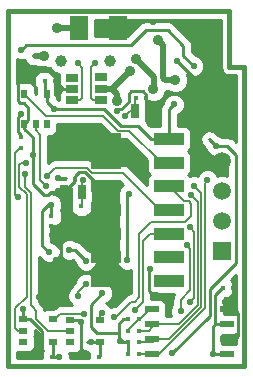
<source format=gbl>
G04 (created by PCBNEW-RS274X (2010-05-05 BZR 2356)-stable) date 2010年09月03日 星期五 23时32分26秒*
G01*
G70*
G90*
%MOIN*%
G04 Gerber Fmt 3.4, Leading zero omitted, Abs format*
%FSLAX34Y34*%
G04 APERTURE LIST*
%ADD10C,0.006000*%
%ADD11C,0.015000*%
%ADD12R,0.018100X0.018100*%
%ADD13R,0.025000X0.045000*%
%ADD14R,0.060000X0.080000*%
%ADD15R,0.045000X0.020000*%
%ADD16R,0.030000X0.020000*%
%ADD17R,0.020000X0.030000*%
%ADD18R,0.039400X0.027600*%
%ADD19C,0.039400*%
%ADD20R,0.098400X0.039400*%
%ADD21R,0.059100X0.059100*%
%ADD22C,0.059100*%
%ADD23C,0.022000*%
%ADD24C,0.035000*%
%ADD25C,0.010000*%
%ADD26C,0.020000*%
G04 APERTURE END LIST*
G54D10*
G54D11*
X47244Y-41220D02*
X47244Y-41220D01*
X46732Y-41221D02*
X47244Y-41221D01*
X46732Y-39370D02*
X46732Y-41220D01*
X39370Y-51181D02*
X39370Y-39370D01*
X47244Y-51181D02*
X39370Y-51181D01*
X47244Y-41220D02*
X47244Y-51181D01*
X39370Y-39370D02*
X46732Y-39370D01*
G54D12*
X43370Y-50010D03*
X43720Y-50010D03*
X46520Y-48580D03*
X46870Y-48580D03*
X43720Y-49630D03*
X43370Y-49630D03*
X40810Y-46180D03*
X40810Y-46530D03*
X41250Y-44940D03*
X41600Y-44940D03*
X43720Y-50390D03*
X43370Y-50390D03*
X43720Y-50780D03*
X43370Y-50780D03*
X40250Y-41210D03*
X40250Y-40860D03*
X42390Y-50880D03*
X42040Y-50880D03*
X40840Y-50880D03*
X40490Y-50880D03*
X40580Y-41680D03*
X40930Y-41680D03*
X39800Y-43920D03*
X39800Y-43570D03*
G54D13*
X43598Y-42677D03*
X44198Y-42677D03*
X41820Y-45400D03*
X41220Y-45400D03*
G54D14*
X41720Y-39930D03*
X43020Y-39930D03*
G54D15*
X46670Y-50790D03*
X46670Y-50290D03*
X46670Y-49790D03*
X46670Y-49290D03*
X44170Y-49290D03*
X44170Y-49790D03*
X44170Y-50290D03*
X44170Y-50790D03*
G54D16*
X41430Y-50395D03*
X41430Y-49645D03*
X42430Y-50395D03*
X41430Y-50020D03*
X42430Y-49645D03*
G54D17*
X40655Y-43120D03*
X39905Y-43120D03*
X40655Y-42120D03*
X40280Y-43120D03*
X39905Y-42120D03*
G54D16*
X39860Y-50385D03*
X39860Y-49635D03*
X40860Y-50385D03*
X39860Y-50010D03*
X40860Y-49635D03*
G54D18*
X41510Y-42320D03*
X41510Y-41945D03*
X41510Y-41572D03*
X42454Y-41570D03*
X42454Y-41948D03*
X42454Y-42320D03*
G54D19*
X41123Y-41015D03*
X42777Y-41015D03*
G54D12*
X43622Y-42244D03*
X43972Y-42244D03*
X41810Y-45870D03*
X41460Y-45870D03*
G54D20*
X44729Y-43630D03*
X42642Y-43630D03*
X44729Y-44417D03*
X42642Y-44417D03*
X44729Y-45205D03*
X42642Y-45205D03*
X44729Y-45992D03*
X42642Y-45992D03*
X44729Y-46780D03*
X42642Y-46780D03*
X44729Y-47567D03*
X42642Y-47567D03*
X44729Y-48354D03*
X42642Y-48354D03*
G54D21*
X46496Y-47366D03*
G54D22*
X46496Y-46366D03*
X46496Y-45366D03*
X46496Y-44366D03*
G54D23*
X43400Y-45440D03*
X43330Y-47650D03*
X41040Y-44930D03*
X39810Y-40640D03*
X45550Y-41190D03*
X42510Y-48760D03*
X41410Y-47320D03*
X41960Y-47680D03*
X40720Y-47400D03*
X43090Y-50360D03*
X46180Y-50780D03*
X40810Y-45810D03*
G54D24*
X44940Y-41670D03*
X44360Y-40310D03*
G54D23*
X41680Y-41100D03*
X42260Y-41090D03*
X46010Y-44990D03*
X45460Y-45480D03*
X45560Y-45190D03*
X39950Y-44430D03*
X39940Y-44780D03*
X40620Y-45180D03*
X41970Y-48440D03*
X41690Y-48860D03*
X41890Y-49440D03*
X42900Y-49550D03*
X43580Y-49320D03*
X42500Y-49430D03*
X40650Y-44870D03*
G54D24*
X43430Y-41360D03*
X43010Y-42340D03*
G54D23*
X44094Y-43110D03*
X45000Y-41024D03*
X45866Y-42126D03*
X44200Y-39720D03*
X40180Y-44150D03*
X41180Y-43980D03*
X44110Y-47960D03*
X44760Y-49210D03*
X42880Y-44010D03*
X41900Y-43930D03*
X40770Y-44160D03*
X41560Y-44170D03*
X42980Y-42690D03*
X40990Y-42120D03*
X46590Y-49070D03*
X43330Y-48430D03*
X40820Y-46830D03*
X40970Y-47670D03*
X40400Y-48880D03*
X39850Y-49300D03*
X41810Y-49730D03*
X41870Y-45000D03*
X43248Y-42854D03*
X45420Y-46570D03*
X45430Y-49070D03*
X45120Y-49340D03*
X45320Y-47170D03*
X39690Y-45570D03*
G54D24*
X40560Y-40860D03*
X43620Y-40940D03*
X44210Y-41950D03*
X41010Y-39930D03*
G54D23*
X39810Y-42790D03*
X44890Y-42470D03*
X44840Y-50760D03*
X41070Y-50880D03*
X42140Y-50400D03*
X40890Y-42630D03*
X46290Y-43850D03*
G54D25*
X43400Y-45440D02*
X43330Y-45510D01*
X43330Y-45510D02*
X43330Y-47650D01*
X41250Y-44940D02*
X40990Y-44940D01*
X40990Y-44940D02*
X41040Y-44930D01*
X41040Y-44930D02*
X41280Y-44930D01*
X46670Y-50790D02*
X46190Y-50790D01*
X46190Y-50790D02*
X46180Y-50780D01*
X39830Y-40640D02*
X39810Y-40640D01*
X39970Y-40500D02*
X39830Y-40640D01*
X43450Y-40500D02*
X39970Y-40500D01*
X43950Y-40000D02*
X43450Y-40500D01*
X44680Y-40000D02*
X43950Y-40000D01*
X45210Y-40530D02*
X44680Y-40000D01*
X45210Y-40850D02*
X45210Y-40530D01*
X45550Y-41190D02*
X45210Y-40850D01*
X42330Y-50100D02*
X43050Y-50100D01*
X42130Y-49900D02*
X42330Y-50100D01*
X42130Y-49140D02*
X42130Y-49900D01*
X42510Y-48760D02*
X42130Y-49140D01*
X41600Y-47320D02*
X41410Y-47320D01*
X41960Y-47680D02*
X41600Y-47320D01*
X46275Y-48815D02*
X46275Y-49790D01*
X46275Y-49790D02*
X46270Y-49790D01*
X40810Y-45810D02*
X40710Y-45810D01*
X40510Y-47190D02*
X40720Y-47400D01*
X40510Y-46010D02*
X40510Y-47190D01*
X40710Y-45810D02*
X40510Y-46010D01*
X43120Y-50390D02*
X43370Y-50390D01*
X43090Y-50360D02*
X43120Y-50390D01*
X43190Y-50380D02*
X43360Y-50380D01*
X43050Y-50100D02*
X43050Y-50240D01*
X43190Y-50380D02*
X43050Y-50240D01*
X43360Y-50380D02*
X43370Y-50390D01*
X43370Y-49630D02*
X43200Y-49630D01*
X43200Y-49630D02*
X43050Y-49780D01*
X43050Y-49780D02*
X43050Y-50100D01*
X43260Y-49630D02*
X43370Y-49630D01*
X43370Y-50390D02*
X43370Y-50780D01*
X46670Y-49790D02*
X46270Y-49790D01*
X46270Y-49790D02*
X46180Y-49880D01*
X46520Y-48580D02*
X46510Y-48580D01*
X46180Y-49880D02*
X46180Y-50780D01*
X46510Y-48580D02*
X46275Y-48815D01*
X40810Y-45810D02*
X40810Y-46180D01*
G54D26*
X44610Y-41670D02*
X44940Y-41670D01*
X44540Y-41600D02*
X44610Y-41670D01*
X44540Y-40490D02*
X44540Y-41600D01*
X44360Y-40310D02*
X44540Y-40490D01*
G54D10*
X41510Y-42320D02*
X41770Y-42320D01*
X41830Y-41250D02*
X41680Y-41100D01*
X41830Y-42260D02*
X41830Y-41250D01*
X41770Y-42320D02*
X41830Y-42260D01*
X42200Y-42320D02*
X42190Y-42320D01*
X42190Y-42320D02*
X42130Y-42260D01*
X42130Y-42260D02*
X42130Y-41220D01*
X42454Y-42320D02*
X42200Y-42320D01*
X42130Y-41220D02*
X42260Y-41090D01*
X44300Y-50790D02*
X44400Y-50790D01*
X46010Y-44990D02*
X45930Y-45110D01*
X45930Y-45110D02*
X45930Y-49260D01*
X44910Y-50280D02*
X44910Y-50280D01*
X44910Y-50280D02*
X44400Y-50790D01*
X45930Y-49260D02*
X44910Y-50280D01*
X44300Y-50790D02*
X44170Y-50790D01*
X44300Y-50790D02*
X44170Y-50790D01*
X43720Y-50780D02*
X44170Y-50790D01*
X45686Y-45820D02*
X45686Y-45706D01*
X45686Y-49162D02*
X45686Y-46723D01*
X45058Y-49790D02*
X45686Y-49162D01*
X44170Y-49790D02*
X45058Y-49790D01*
X45686Y-45820D02*
X45686Y-46723D01*
X45686Y-45706D02*
X45460Y-45480D01*
X43720Y-50010D02*
X44060Y-50010D01*
X44060Y-50010D02*
X44170Y-49900D01*
X44170Y-49900D02*
X44170Y-49790D01*
X45808Y-45460D02*
X45808Y-45438D01*
X45808Y-45438D02*
X45560Y-45190D01*
X45808Y-45460D02*
X45808Y-46422D01*
X44400Y-50281D02*
X44179Y-50281D01*
X44179Y-50281D02*
X44170Y-50290D01*
X45808Y-46588D02*
X45808Y-46422D01*
X44738Y-50281D02*
X44400Y-50281D01*
X45808Y-49211D02*
X45808Y-46588D01*
X44738Y-50281D02*
X45808Y-49211D01*
X44430Y-50280D02*
X44400Y-50281D01*
X43720Y-50390D02*
X44180Y-50390D01*
X44180Y-50390D02*
X44170Y-50290D01*
X39980Y-45730D02*
X39980Y-48880D01*
X39980Y-48880D02*
X39610Y-49250D01*
X39980Y-45730D02*
X39980Y-45470D01*
X39780Y-44430D02*
X39950Y-44430D01*
X39730Y-44480D02*
X39780Y-44430D01*
X39730Y-45220D02*
X39730Y-44480D01*
X39980Y-45470D02*
X39730Y-45220D01*
X39860Y-50010D02*
X39690Y-50010D01*
X39690Y-50010D02*
X39610Y-49930D01*
X39610Y-49930D02*
X39610Y-49250D01*
X40120Y-45790D02*
X40120Y-49160D01*
X40120Y-49160D02*
X40150Y-49190D01*
X40300Y-49620D02*
X40700Y-50020D01*
X40190Y-49230D02*
X40300Y-49340D01*
X40150Y-49190D02*
X40190Y-49230D01*
X40300Y-49340D02*
X40300Y-49620D01*
X41050Y-50020D02*
X41430Y-50020D01*
X40700Y-50020D02*
X41050Y-50020D01*
X40120Y-45410D02*
X40120Y-45790D01*
X40120Y-45790D02*
X40120Y-45820D01*
X39940Y-45230D02*
X40120Y-45410D01*
X39940Y-44780D02*
X39940Y-45230D01*
X39940Y-44780D02*
X39940Y-44780D01*
X40280Y-43330D02*
X40430Y-43480D01*
X40430Y-44990D02*
X40620Y-45180D01*
X40430Y-43480D02*
X40430Y-44990D01*
X40280Y-43120D02*
X40280Y-43330D01*
X41690Y-48720D02*
X41690Y-48860D01*
X41970Y-48440D02*
X41690Y-48720D01*
X40860Y-49635D02*
X40915Y-49635D01*
X41110Y-49440D02*
X41890Y-49440D01*
X40915Y-49635D02*
X41110Y-49440D01*
X44729Y-45205D02*
X44735Y-45205D01*
X44140Y-46400D02*
X43738Y-46802D01*
X45270Y-46400D02*
X44140Y-46400D01*
X45470Y-46200D02*
X45270Y-46400D01*
X45470Y-45780D02*
X45470Y-46200D01*
X45380Y-45690D02*
X45470Y-45780D01*
X45220Y-45690D02*
X45380Y-45690D01*
X44735Y-45205D02*
X45220Y-45690D01*
X43738Y-48750D02*
X43738Y-48902D01*
X43600Y-49040D02*
X43460Y-49040D01*
X43738Y-48902D02*
X43600Y-49040D01*
X43460Y-49040D02*
X42950Y-49550D01*
X42950Y-49550D02*
X42900Y-49550D01*
X43738Y-48762D02*
X43738Y-48750D01*
X43738Y-48750D02*
X43738Y-46802D01*
X43860Y-48940D02*
X43860Y-47030D01*
X43860Y-47030D02*
X44110Y-46780D01*
X44729Y-46780D02*
X44110Y-46780D01*
X43860Y-49040D02*
X43580Y-49320D01*
X43860Y-48940D02*
X43860Y-49040D01*
X42430Y-49500D02*
X42430Y-49645D01*
X42500Y-49430D02*
X42430Y-49500D01*
X44729Y-45992D02*
X44432Y-45992D01*
X40940Y-44580D02*
X40650Y-44870D01*
X41980Y-44580D02*
X40940Y-44580D01*
X42160Y-44760D02*
X41980Y-44580D01*
X43200Y-44760D02*
X42160Y-44760D01*
X44432Y-45992D02*
X43200Y-44760D01*
X44729Y-44417D02*
X44487Y-44417D01*
X39900Y-42120D02*
X39905Y-42120D01*
X40620Y-42840D02*
X39900Y-42120D01*
X42540Y-42840D02*
X40620Y-42840D01*
X43040Y-43340D02*
X42540Y-42840D01*
X43410Y-43340D02*
X43040Y-43340D01*
X44487Y-44417D02*
X43410Y-43340D01*
G54D26*
X42454Y-41948D02*
X42842Y-41948D01*
X42842Y-41948D02*
X43430Y-41360D01*
X42456Y-41950D02*
X42454Y-41948D01*
X42840Y-41950D02*
X42456Y-41950D01*
X43010Y-42120D02*
X42840Y-41950D01*
X43010Y-42340D02*
X43010Y-42120D01*
G54D25*
X44198Y-42677D02*
X44198Y-42568D01*
X43972Y-42342D02*
X43972Y-42244D01*
X44198Y-42568D02*
X43972Y-42342D01*
X44198Y-43006D02*
X44198Y-42677D01*
X44094Y-43110D02*
X44198Y-43006D01*
X45866Y-41890D02*
X45866Y-42126D01*
X45866Y-41890D02*
X45000Y-41024D01*
X43280Y-39670D02*
X43020Y-39930D01*
X44150Y-39670D02*
X43280Y-39670D01*
X44200Y-39720D02*
X44150Y-39670D01*
X41170Y-43990D02*
X41170Y-44160D01*
X41180Y-43980D02*
X41170Y-43990D01*
X41220Y-45400D02*
X40810Y-45400D01*
X40810Y-45400D02*
X40710Y-45500D01*
X40710Y-45500D02*
X40550Y-45500D01*
X40550Y-45500D02*
X40180Y-45130D01*
X40180Y-45130D02*
X40180Y-44150D01*
X39905Y-43295D02*
X39905Y-43120D01*
X40180Y-44150D02*
X40180Y-43570D01*
X40180Y-43570D02*
X39905Y-43295D01*
X44050Y-48020D02*
X44110Y-47960D01*
X44050Y-48680D02*
X44050Y-48020D01*
X44130Y-48760D02*
X44050Y-48680D01*
X44310Y-48760D02*
X44130Y-48760D01*
X44760Y-49210D02*
X44310Y-48760D01*
X42642Y-43772D02*
X42642Y-43630D01*
X42880Y-44010D02*
X42642Y-43772D01*
X41900Y-43930D02*
X42200Y-43630D01*
X42200Y-43630D02*
X42642Y-43630D01*
X42642Y-43630D02*
X41970Y-43630D01*
X41970Y-43630D02*
X41560Y-44040D01*
X41560Y-44040D02*
X41560Y-44170D01*
X41550Y-44160D02*
X41170Y-44160D01*
X41170Y-44160D02*
X40770Y-44160D01*
X41560Y-44170D02*
X41550Y-44160D01*
X41600Y-44940D02*
X41600Y-44870D01*
X42405Y-45205D02*
X42642Y-45205D01*
X41930Y-44730D02*
X42405Y-45205D01*
X41740Y-44730D02*
X41930Y-44730D01*
X41600Y-44870D02*
X41740Y-44730D01*
X41600Y-44940D02*
X41600Y-45020D01*
X41600Y-45020D02*
X41220Y-45400D01*
X42642Y-43630D02*
X42642Y-44417D01*
X43131Y-42630D02*
X43040Y-42630D01*
X43131Y-42630D02*
X43380Y-42381D01*
X43380Y-42381D02*
X43380Y-42111D01*
X43380Y-42111D02*
X43470Y-42021D01*
X43470Y-42021D02*
X43849Y-42021D01*
X43849Y-42021D02*
X43970Y-42142D01*
X43970Y-42340D02*
X43970Y-42142D01*
X43040Y-42630D02*
X42980Y-42690D01*
X43970Y-42340D02*
X43970Y-42360D01*
X44090Y-42480D02*
X44090Y-42850D01*
X43970Y-42360D02*
X44090Y-42480D01*
X40250Y-41210D02*
X40090Y-41210D01*
X40090Y-41210D02*
X39680Y-41620D01*
X39680Y-41620D02*
X39680Y-42340D01*
X39680Y-42340D02*
X39760Y-42420D01*
X39760Y-42420D02*
X39880Y-42420D01*
X39880Y-42420D02*
X40040Y-42580D01*
X40040Y-42580D02*
X40040Y-42985D01*
X40040Y-42985D02*
X39905Y-43120D01*
X40930Y-42060D02*
X40930Y-41680D01*
X40990Y-42120D02*
X40930Y-42060D01*
X40250Y-41210D02*
X40600Y-41210D01*
X40930Y-41540D02*
X40930Y-41680D01*
X40600Y-41210D02*
X40930Y-41540D01*
X40930Y-41680D02*
X41200Y-41950D01*
X41200Y-41950D02*
X41505Y-41950D01*
X41505Y-41950D02*
X41510Y-41945D01*
X46670Y-49150D02*
X46670Y-49290D01*
X46590Y-49070D02*
X46670Y-49150D01*
X42642Y-48354D02*
X43254Y-48354D01*
X43254Y-48354D02*
X43330Y-48430D01*
X40820Y-46830D02*
X40930Y-46830D01*
X41140Y-47500D02*
X40970Y-47670D01*
X41140Y-47040D02*
X41140Y-47500D01*
X40930Y-46830D02*
X41140Y-47040D01*
X41220Y-45400D02*
X41220Y-45790D01*
X41300Y-45870D02*
X41460Y-45870D01*
X41220Y-45790D02*
X41300Y-45870D01*
X40810Y-46530D02*
X41290Y-46530D01*
X41460Y-46360D02*
X41460Y-45870D01*
X41290Y-46530D02*
X41460Y-46360D01*
X40810Y-46820D02*
X40810Y-46530D01*
X40820Y-46830D02*
X40810Y-46820D01*
X40970Y-47670D02*
X40400Y-48240D01*
X40400Y-48240D02*
X40400Y-48880D01*
X39860Y-49310D02*
X39860Y-49635D01*
X39850Y-49300D02*
X39860Y-49310D01*
X41810Y-49730D02*
X41810Y-49740D01*
X41810Y-49740D02*
X41715Y-49645D01*
X41715Y-49645D02*
X41430Y-49645D01*
X39860Y-49635D02*
X40095Y-49635D01*
X40490Y-50030D02*
X40490Y-50880D01*
X40095Y-49635D02*
X40490Y-50030D01*
X41430Y-49645D02*
X41715Y-49645D01*
X41900Y-50880D02*
X42040Y-50880D01*
X41810Y-50790D02*
X41900Y-50880D01*
X41810Y-49740D02*
X41810Y-50790D01*
X41715Y-49645D02*
X41810Y-49740D01*
X46670Y-49290D02*
X46900Y-49290D01*
X46930Y-50290D02*
X46670Y-50290D01*
X47020Y-50200D02*
X46930Y-50290D01*
X47020Y-49410D02*
X47020Y-50200D01*
X46900Y-49290D02*
X47020Y-49410D01*
X46870Y-48580D02*
X46870Y-49200D01*
X46870Y-49200D02*
X46670Y-49290D01*
X42642Y-45205D02*
X42642Y-45992D01*
X42642Y-45992D02*
X42642Y-46780D01*
X42642Y-46780D02*
X42642Y-47567D01*
X42642Y-47567D02*
X42642Y-48354D01*
G54D10*
X41820Y-45050D02*
X41820Y-45400D01*
X41870Y-45000D02*
X41820Y-45050D01*
X41820Y-45400D02*
X41820Y-45860D01*
X41820Y-45860D02*
X41810Y-45870D01*
X43425Y-42677D02*
X43598Y-42677D01*
X43248Y-42854D02*
X43425Y-42677D01*
X43598Y-42677D02*
X43598Y-42268D01*
X43598Y-42268D02*
X43622Y-42244D01*
X43370Y-50010D02*
X43370Y-49980D01*
X43370Y-49980D02*
X43720Y-49630D01*
X43720Y-49630D02*
X43720Y-49650D01*
X44083Y-49287D02*
X44170Y-49290D01*
X43720Y-49650D02*
X44083Y-49287D01*
X45564Y-46710D02*
X45560Y-46710D01*
X45560Y-46710D02*
X45420Y-46570D01*
X45564Y-46710D02*
X45564Y-47104D01*
X45564Y-47104D02*
X45564Y-48936D01*
X45564Y-48936D02*
X45430Y-49070D01*
X45120Y-48980D02*
X45120Y-49340D01*
X45440Y-48660D02*
X45120Y-48980D01*
X45440Y-47290D02*
X45440Y-48660D01*
X45320Y-47170D02*
X45440Y-47290D01*
X39600Y-45480D02*
X39600Y-44090D01*
X39600Y-44090D02*
X39610Y-44080D01*
X39800Y-43920D02*
X39770Y-43920D01*
X39610Y-44080D02*
X39690Y-44000D01*
X39770Y-43920D02*
X39690Y-44000D01*
X39600Y-45480D02*
X39690Y-45570D01*
G54D26*
X40250Y-40860D02*
X40560Y-40860D01*
X44220Y-41940D02*
X44220Y-41540D01*
X43620Y-40940D02*
X44220Y-41540D01*
X44220Y-41940D02*
X44210Y-41950D01*
X44220Y-41940D02*
X44210Y-41950D01*
X41720Y-39930D02*
X41010Y-39930D01*
G54D25*
X39690Y-42940D02*
X39680Y-42940D01*
X39680Y-42950D02*
X39690Y-42940D01*
X39680Y-42920D02*
X39680Y-42950D01*
X39810Y-42790D02*
X39680Y-42920D01*
X44729Y-43630D02*
X44729Y-42631D01*
X44729Y-42631D02*
X44890Y-42470D01*
X46080Y-48620D02*
X46080Y-49520D01*
X46080Y-49520D02*
X44840Y-50760D01*
X46960Y-47740D02*
X46080Y-48620D01*
X46960Y-44140D02*
X46960Y-47740D01*
X46670Y-43850D02*
X46960Y-44140D01*
X46290Y-43850D02*
X46670Y-43850D01*
X40840Y-50880D02*
X41070Y-50880D01*
X42145Y-50395D02*
X42430Y-50395D01*
X42140Y-50400D02*
X42145Y-50395D01*
X41995Y-50395D02*
X42430Y-50395D01*
X39800Y-43570D02*
X39800Y-43500D01*
X39800Y-43500D02*
X39680Y-43380D01*
X39680Y-42940D02*
X39680Y-43380D01*
X42430Y-50395D02*
X42430Y-50840D01*
X42430Y-50840D02*
X42390Y-50880D01*
X40860Y-50385D02*
X40860Y-50860D01*
X40860Y-50860D02*
X40840Y-50880D01*
X40890Y-42630D02*
X42560Y-42630D01*
X44140Y-43630D02*
X44729Y-43630D01*
X43700Y-43190D02*
X44140Y-43630D01*
X43120Y-43190D02*
X43700Y-43190D01*
X42560Y-42630D02*
X43120Y-43190D01*
X46070Y-43630D02*
X46290Y-43850D01*
X40655Y-42120D02*
X40655Y-42395D01*
X40655Y-42395D02*
X40890Y-42630D01*
X40580Y-41680D02*
X40580Y-42045D01*
X40580Y-42045D02*
X40655Y-42120D01*
X41798Y-50617D02*
X41798Y-50617D01*
X41730Y-50697D02*
X41928Y-50697D01*
X41417Y-50777D02*
X42051Y-50777D01*
X41430Y-50857D02*
X42051Y-50857D01*
X40259Y-49975D02*
X40259Y-49975D01*
X40259Y-50055D02*
X40339Y-50055D01*
X40259Y-50135D02*
X40419Y-50135D01*
X40251Y-50215D02*
X40470Y-50215D01*
X40259Y-50295D02*
X40461Y-50295D01*
X40259Y-50375D02*
X40461Y-50375D01*
X40259Y-50455D02*
X40461Y-50455D01*
X40259Y-50535D02*
X40461Y-50535D01*
X40225Y-50615D02*
X40494Y-50615D01*
X40152Y-50695D02*
X40519Y-50695D01*
X39645Y-50775D02*
X40501Y-50775D01*
X39645Y-50855D02*
X40501Y-50855D01*
X46969Y-50128D02*
X46969Y-50128D01*
X46480Y-50208D02*
X46969Y-50208D01*
X46480Y-50288D02*
X46969Y-50288D01*
X46480Y-50368D02*
X46969Y-50368D01*
X46962Y-50448D02*
X46969Y-50448D01*
X44140Y-48780D02*
X44140Y-48780D01*
X44140Y-48860D02*
X44870Y-48860D01*
X44140Y-48940D02*
X44848Y-48940D01*
X44577Y-49020D02*
X44840Y-49020D01*
X44628Y-49100D02*
X44840Y-49100D01*
X44644Y-49180D02*
X44797Y-49180D01*
X44644Y-49260D02*
X44764Y-49260D01*
X44644Y-49340D02*
X44760Y-49340D01*
X44644Y-49420D02*
X44763Y-49420D01*
X44618Y-49500D02*
X44796Y-49500D01*
X46969Y-48155D02*
X46969Y-48155D01*
X46888Y-48235D02*
X46969Y-48235D01*
X46807Y-48315D02*
X46969Y-48315D01*
X46840Y-48395D02*
X46969Y-48395D01*
X46859Y-48475D02*
X46969Y-48475D01*
X46859Y-48555D02*
X46969Y-48555D01*
X46859Y-48635D02*
X46969Y-48635D01*
X46859Y-48715D02*
X46969Y-48715D01*
X46827Y-48795D02*
X46969Y-48795D01*
X46757Y-48875D02*
X46969Y-48875D01*
X46575Y-48955D02*
X46969Y-48955D01*
X46575Y-49035D02*
X46969Y-49035D01*
X46575Y-49115D02*
X46969Y-49115D01*
X46575Y-49195D02*
X46969Y-49195D01*
X46575Y-49275D02*
X46969Y-49275D01*
X46575Y-49355D02*
X46969Y-49355D01*
X46575Y-49435D02*
X46969Y-49435D01*
X42230Y-45040D02*
X43083Y-45040D01*
X42209Y-45120D02*
X43163Y-45120D01*
X42194Y-45200D02*
X43131Y-45200D01*
X41134Y-45280D02*
X41446Y-45280D01*
X42194Y-45280D02*
X43077Y-45280D01*
X40934Y-45360D02*
X41446Y-45360D01*
X42194Y-45360D02*
X43044Y-45360D01*
X40868Y-45440D02*
X41446Y-45440D01*
X42194Y-45440D02*
X43040Y-45440D01*
X41029Y-45520D02*
X41446Y-45520D01*
X42194Y-45520D02*
X43030Y-45520D01*
X41109Y-45600D02*
X41446Y-45600D01*
X42194Y-45600D02*
X43030Y-45600D01*
X41146Y-45680D02*
X41448Y-45680D01*
X42191Y-45680D02*
X43030Y-45680D01*
X41170Y-45760D02*
X41471Y-45760D01*
X42158Y-45760D02*
X43030Y-45760D01*
X41170Y-45840D02*
X41471Y-45840D01*
X42149Y-45840D02*
X43030Y-45840D01*
X41153Y-45920D02*
X41471Y-45920D01*
X42149Y-45920D02*
X43030Y-45920D01*
X41132Y-46000D02*
X41471Y-46000D01*
X42149Y-46000D02*
X43030Y-46000D01*
X41149Y-46080D02*
X41500Y-46080D01*
X42119Y-46080D02*
X43030Y-46080D01*
X41149Y-46160D02*
X41568Y-46160D01*
X42052Y-46160D02*
X43030Y-46160D01*
X41149Y-46240D02*
X43030Y-46240D01*
X41149Y-46320D02*
X43030Y-46320D01*
X41115Y-46400D02*
X43030Y-46400D01*
X41042Y-46480D02*
X43030Y-46480D01*
X40810Y-46560D02*
X43030Y-46560D01*
X40810Y-46640D02*
X43030Y-46640D01*
X40810Y-46720D02*
X43030Y-46720D01*
X40810Y-46800D02*
X43030Y-46800D01*
X40810Y-46880D02*
X43030Y-46880D01*
X40810Y-46960D02*
X41339Y-46960D01*
X41482Y-46960D02*
X43030Y-46960D01*
X40810Y-47040D02*
X41182Y-47040D01*
X41701Y-47040D02*
X43030Y-47040D01*
X40949Y-47120D02*
X41104Y-47120D01*
X41824Y-47120D02*
X43030Y-47120D01*
X41027Y-47200D02*
X41070Y-47200D01*
X41904Y-47200D02*
X43030Y-47200D01*
X41984Y-47280D02*
X43030Y-47280D01*
X42128Y-47360D02*
X43030Y-47360D01*
X42229Y-47440D02*
X43030Y-47440D01*
X41060Y-47520D02*
X41103Y-47520D01*
X42283Y-47520D02*
X42995Y-47520D01*
X40400Y-47600D02*
X40413Y-47600D01*
X41026Y-47600D02*
X41181Y-47600D01*
X42317Y-47600D02*
X42970Y-47600D01*
X40400Y-47680D02*
X40491Y-47680D01*
X40948Y-47680D02*
X41536Y-47680D01*
X42320Y-47680D02*
X42970Y-47680D01*
X40400Y-47760D02*
X41603Y-47760D01*
X42316Y-47760D02*
X42986Y-47760D01*
X40400Y-47840D02*
X41637Y-47840D01*
X42283Y-47840D02*
X43019Y-47840D01*
X40400Y-47920D02*
X41691Y-47920D01*
X42228Y-47920D02*
X43091Y-47920D01*
X40400Y-48000D02*
X41792Y-48000D01*
X42127Y-48000D02*
X43234Y-48000D01*
X43424Y-48000D02*
X43458Y-48000D01*
X40400Y-48080D02*
X41899Y-48080D01*
X42042Y-48080D02*
X43458Y-48080D01*
X40400Y-48160D02*
X41742Y-48160D01*
X42199Y-48160D02*
X43458Y-48160D01*
X40400Y-48240D02*
X41664Y-48240D01*
X42277Y-48240D02*
X43458Y-48240D01*
X40400Y-48320D02*
X41630Y-48320D01*
X42310Y-48320D02*
X43458Y-48320D01*
X40400Y-48400D02*
X41610Y-48400D01*
X42330Y-48400D02*
X42439Y-48400D01*
X42582Y-48400D02*
X43458Y-48400D01*
X40400Y-48480D02*
X41534Y-48480D01*
X42739Y-48480D02*
X43458Y-48480D01*
X40400Y-48560D02*
X41467Y-48560D01*
X42817Y-48560D02*
X43458Y-48560D01*
X40400Y-48640D02*
X41401Y-48640D01*
X42850Y-48640D02*
X43458Y-48640D01*
X40400Y-48720D02*
X41359Y-48720D01*
X42870Y-48720D02*
X43458Y-48720D01*
X40400Y-48800D02*
X41330Y-48800D01*
X42870Y-48800D02*
X43324Y-48800D01*
X40400Y-48880D02*
X41330Y-48880D01*
X42850Y-48880D02*
X43223Y-48880D01*
X40400Y-48960D02*
X41342Y-48960D01*
X42816Y-48960D02*
X43143Y-48960D01*
X40400Y-49040D02*
X41375Y-49040D01*
X42738Y-49040D02*
X43063Y-49040D01*
X40476Y-49120D02*
X41441Y-49120D01*
X42693Y-49120D02*
X42983Y-49120D01*
X40537Y-49200D02*
X40975Y-49200D01*
X42779Y-49200D02*
X42804Y-49200D01*
X40569Y-49280D02*
X40874Y-49280D01*
X41004Y-43120D02*
X42423Y-43120D01*
X41004Y-43200D02*
X42503Y-43200D01*
X41004Y-43280D02*
X42583Y-43280D01*
X40987Y-43360D02*
X42663Y-43360D01*
X40937Y-43440D02*
X42743Y-43440D01*
X40710Y-43520D02*
X42823Y-43520D01*
X40710Y-43600D02*
X42937Y-43600D01*
X40710Y-43680D02*
X43353Y-43680D01*
X40710Y-43760D02*
X43433Y-43760D01*
X40710Y-43840D02*
X43513Y-43840D01*
X40710Y-43920D02*
X43593Y-43920D01*
X40710Y-44000D02*
X43673Y-44000D01*
X40710Y-44080D02*
X43753Y-44080D01*
X40710Y-44160D02*
X43833Y-44160D01*
X40710Y-44240D02*
X43913Y-44240D01*
X40710Y-44320D02*
X40838Y-44320D01*
X42082Y-44320D02*
X43988Y-44320D01*
X40710Y-44400D02*
X40724Y-44400D01*
X42197Y-44400D02*
X43988Y-44400D01*
X43200Y-44480D02*
X43988Y-44480D01*
X43396Y-44560D02*
X43988Y-44560D01*
X43476Y-44640D02*
X43988Y-44640D01*
X43556Y-44720D02*
X44011Y-44720D01*
X43636Y-44800D02*
X44071Y-44800D01*
X43716Y-44880D02*
X44021Y-44880D01*
X43796Y-44960D02*
X43988Y-44960D01*
X43876Y-45040D02*
X43988Y-45040D01*
X43956Y-45120D02*
X43988Y-45120D01*
X42269Y-39645D02*
X46457Y-39645D01*
X42269Y-39725D02*
X43832Y-39725D01*
X44798Y-39725D02*
X46457Y-39725D01*
X42269Y-39805D02*
X43720Y-39805D01*
X44910Y-39805D02*
X46457Y-39805D01*
X42269Y-39885D02*
X43640Y-39885D01*
X44990Y-39885D02*
X46457Y-39885D01*
X42269Y-39965D02*
X43560Y-39965D01*
X45070Y-39965D02*
X46457Y-39965D01*
X42269Y-40045D02*
X43480Y-40045D01*
X45150Y-40045D02*
X46457Y-40045D01*
X42269Y-40125D02*
X43400Y-40125D01*
X45230Y-40125D02*
X46457Y-40125D01*
X45310Y-40205D02*
X46457Y-40205D01*
X45390Y-40285D02*
X46457Y-40285D01*
X45454Y-40365D02*
X46457Y-40365D01*
X45493Y-40445D02*
X46457Y-40445D01*
X45509Y-40525D02*
X46457Y-40525D01*
X45510Y-40605D02*
X46457Y-40605D01*
X45510Y-40685D02*
X46457Y-40685D01*
X45550Y-40765D02*
X46457Y-40765D01*
X45658Y-40845D02*
X46457Y-40845D01*
X45794Y-40925D02*
X46457Y-40925D01*
X45863Y-41005D02*
X46457Y-41005D01*
X45896Y-41085D02*
X46457Y-41085D01*
X45910Y-41165D02*
X46457Y-41165D01*
X45910Y-41245D02*
X46461Y-41245D01*
X45883Y-41325D02*
X46477Y-41325D01*
X45843Y-41405D02*
X46531Y-41405D01*
X45324Y-41485D02*
X45336Y-41485D01*
X45763Y-41485D02*
X46677Y-41485D01*
X45357Y-41565D02*
X46969Y-41565D01*
X45365Y-41645D02*
X46969Y-41645D01*
X45365Y-41725D02*
X46969Y-41725D01*
X45344Y-41805D02*
X46969Y-41805D01*
X45310Y-41885D02*
X46969Y-41885D01*
X45246Y-41965D02*
X46969Y-41965D01*
X44630Y-42045D02*
X44735Y-42045D01*
X45145Y-42045D02*
X46969Y-42045D01*
X44597Y-42125D02*
X44783Y-42125D01*
X44998Y-42125D02*
X46969Y-42125D01*
X44556Y-42205D02*
X44647Y-42205D01*
X45134Y-42205D02*
X46969Y-42205D01*
X44476Y-42285D02*
X44578Y-42285D01*
X45203Y-42285D02*
X46969Y-42285D01*
X43961Y-42365D02*
X44101Y-42365D01*
X44318Y-42365D02*
X44544Y-42365D01*
X45236Y-42365D02*
X46969Y-42365D01*
X43972Y-42445D02*
X44500Y-42445D01*
X45250Y-42445D02*
X46969Y-42445D01*
X43972Y-42525D02*
X44451Y-42525D01*
X45250Y-42525D02*
X46969Y-42525D01*
X43972Y-42605D02*
X44435Y-42605D01*
X45223Y-42605D02*
X46969Y-42605D01*
X43972Y-42685D02*
X44429Y-42685D01*
X45183Y-42685D02*
X46969Y-42685D01*
X43972Y-42765D02*
X44429Y-42765D01*
X45103Y-42765D02*
X46969Y-42765D01*
X43972Y-42845D02*
X44429Y-42845D01*
X45029Y-42845D02*
X46969Y-42845D01*
X43972Y-42925D02*
X44429Y-42925D01*
X45029Y-42925D02*
X46969Y-42925D01*
X43949Y-43005D02*
X44429Y-43005D01*
X45029Y-43005D02*
X46969Y-43005D01*
X44019Y-43085D02*
X44429Y-43085D01*
X45029Y-43085D02*
X46969Y-43085D01*
X44099Y-43165D02*
X44429Y-43165D01*
X45029Y-43165D02*
X46969Y-43165D01*
X45385Y-43245D02*
X46969Y-43245D01*
X45446Y-43325D02*
X46969Y-43325D01*
X45470Y-43405D02*
X45878Y-43405D01*
X46263Y-43405D02*
X46969Y-43405D01*
X45470Y-43485D02*
X45814Y-43485D01*
X46349Y-43485D02*
X46969Y-43485D01*
X45470Y-43565D02*
X45783Y-43565D01*
X46745Y-43565D02*
X46969Y-43565D01*
X45470Y-43645D02*
X45773Y-43645D01*
X46889Y-43645D02*
X46969Y-43645D01*
X45470Y-43725D02*
X45789Y-43725D01*
X45470Y-43805D02*
X45833Y-43805D01*
X45466Y-43885D02*
X45901Y-43885D01*
X45433Y-43965D02*
X45948Y-43965D01*
X45398Y-44045D02*
X45981Y-44045D01*
X45451Y-44125D02*
X46056Y-44125D01*
X45470Y-44205D02*
X46206Y-44205D01*
X46373Y-44205D02*
X46601Y-44205D01*
X45470Y-44285D02*
X46660Y-44285D01*
X45470Y-44365D02*
X46660Y-44365D01*
X45470Y-44445D02*
X46660Y-44445D01*
X45470Y-44525D02*
X46660Y-44525D01*
X45470Y-44605D02*
X46660Y-44605D01*
X45461Y-44685D02*
X45807Y-44685D01*
X46214Y-44685D02*
X46660Y-44685D01*
X45421Y-44765D02*
X45727Y-44765D01*
X46294Y-44765D02*
X46660Y-44765D01*
X45410Y-44845D02*
X45452Y-44845D01*
X45669Y-44845D02*
X45680Y-44845D01*
X39645Y-40961D02*
X39645Y-40961D01*
X39645Y-41041D02*
X39928Y-41041D01*
X39645Y-41121D02*
X39979Y-41121D01*
X39645Y-41201D02*
X40205Y-41201D01*
X39645Y-41281D02*
X40465Y-41281D01*
X40653Y-41281D02*
X40758Y-41281D01*
X39645Y-41361D02*
X40393Y-41361D01*
X40768Y-41361D02*
X40838Y-41361D01*
X39645Y-41441D02*
X40287Y-41441D01*
X40873Y-41441D02*
X40985Y-41441D01*
X39645Y-41521D02*
X40249Y-41521D01*
X40911Y-41521D02*
X41064Y-41521D01*
X39645Y-41601D02*
X40241Y-41601D01*
X40919Y-41601D02*
X41064Y-41601D01*
X39645Y-41681D02*
X40241Y-41681D01*
X40919Y-41681D02*
X41064Y-41681D01*
X39645Y-41761D02*
X39662Y-41761D01*
X40148Y-41761D02*
X40241Y-41761D01*
X40919Y-41761D02*
X41064Y-41761D01*
X40221Y-41841D02*
X40250Y-41841D01*
X40971Y-41841D02*
X41097Y-41841D01*
X40254Y-41921D02*
X40280Y-41921D01*
X41004Y-41921D02*
X41172Y-41921D01*
X40254Y-42001D02*
X40280Y-42001D01*
X41004Y-42001D02*
X41142Y-42001D01*
X40257Y-42081D02*
X40286Y-42081D01*
X41004Y-42081D02*
X41086Y-42081D01*
X41004Y-42161D02*
X41064Y-42161D01*
X41004Y-42241D02*
X41064Y-42241D01*
X42051Y-50906D02*
X42051Y-50752D01*
X41936Y-50705D01*
X41909Y-50677D01*
X41880Y-50672D01*
X41798Y-50617D01*
X41791Y-50636D01*
X41721Y-50706D01*
X41629Y-50744D01*
X41402Y-50744D01*
X41430Y-50809D01*
X41430Y-50906D01*
X42051Y-50906D01*
X41798Y-50617D02*
X41798Y-50617D01*
X41730Y-50697D02*
X41928Y-50697D01*
X41417Y-50777D02*
X42051Y-50777D01*
X41430Y-50857D02*
X42051Y-50857D01*
X40259Y-49975D02*
X40259Y-49975D01*
X40259Y-50055D02*
X40339Y-50055D01*
X40259Y-50135D02*
X40419Y-50135D01*
X40251Y-50215D02*
X40470Y-50215D01*
X40259Y-50295D02*
X40461Y-50295D01*
X40259Y-50375D02*
X40461Y-50375D01*
X40259Y-50455D02*
X40461Y-50455D01*
X40259Y-50535D02*
X40461Y-50535D01*
X40225Y-50615D02*
X40494Y-50615D01*
X40152Y-50695D02*
X40519Y-50695D01*
X39645Y-50775D02*
X40501Y-50775D01*
X39645Y-50855D02*
X40501Y-50855D01*
X46969Y-50128D02*
X46969Y-50128D01*
X46480Y-50208D02*
X46969Y-50208D01*
X46480Y-50288D02*
X46969Y-50288D01*
X46480Y-50368D02*
X46969Y-50368D01*
X46962Y-50448D02*
X46969Y-50448D01*
X44140Y-48780D02*
X44140Y-48780D01*
X44140Y-48860D02*
X44870Y-48860D01*
X44140Y-48940D02*
X44848Y-48940D01*
X44577Y-49020D02*
X44840Y-49020D01*
X44628Y-49100D02*
X44840Y-49100D01*
X44644Y-49180D02*
X44797Y-49180D01*
X44644Y-49260D02*
X44764Y-49260D01*
X44644Y-49340D02*
X44760Y-49340D01*
X44644Y-49420D02*
X44763Y-49420D01*
X44618Y-49500D02*
X44796Y-49500D01*
X46969Y-48155D02*
X46969Y-48155D01*
X46888Y-48235D02*
X46969Y-48235D01*
X46807Y-48315D02*
X46969Y-48315D01*
X46840Y-48395D02*
X46969Y-48395D01*
X46859Y-48475D02*
X46969Y-48475D01*
X46859Y-48555D02*
X46969Y-48555D01*
X46859Y-48635D02*
X46969Y-48635D01*
X46859Y-48715D02*
X46969Y-48715D01*
X46827Y-48795D02*
X46969Y-48795D01*
X46757Y-48875D02*
X46969Y-48875D01*
X46575Y-48955D02*
X46969Y-48955D01*
X46575Y-49035D02*
X46969Y-49035D01*
X46575Y-49115D02*
X46969Y-49115D01*
X46575Y-49195D02*
X46969Y-49195D01*
X46575Y-49275D02*
X46969Y-49275D01*
X46575Y-49355D02*
X46969Y-49355D01*
X46575Y-49435D02*
X46969Y-49435D01*
X42230Y-45040D02*
X43083Y-45040D01*
X42209Y-45120D02*
X43163Y-45120D01*
X42194Y-45200D02*
X43131Y-45200D01*
X41134Y-45280D02*
X41446Y-45280D01*
X42194Y-45280D02*
X43077Y-45280D01*
X40934Y-45360D02*
X41446Y-45360D01*
X42194Y-45360D02*
X43044Y-45360D01*
X40868Y-45440D02*
X41446Y-45440D01*
X42194Y-45440D02*
X43040Y-45440D01*
X41029Y-45520D02*
X41446Y-45520D01*
X42194Y-45520D02*
X43030Y-45520D01*
X41109Y-45600D02*
X41446Y-45600D01*
X42194Y-45600D02*
X43030Y-45600D01*
X41146Y-45680D02*
X41448Y-45680D01*
X42191Y-45680D02*
X43030Y-45680D01*
X41170Y-45760D02*
X41471Y-45760D01*
X42158Y-45760D02*
X43030Y-45760D01*
X41170Y-45840D02*
X41471Y-45840D01*
X42149Y-45840D02*
X43030Y-45840D01*
X41153Y-45920D02*
X41471Y-45920D01*
X42149Y-45920D02*
X43030Y-45920D01*
X41132Y-46000D02*
X41471Y-46000D01*
X42149Y-46000D02*
X43030Y-46000D01*
X41149Y-46080D02*
X41500Y-46080D01*
X42119Y-46080D02*
X43030Y-46080D01*
X41149Y-46160D02*
X41568Y-46160D01*
X42052Y-46160D02*
X43030Y-46160D01*
X41149Y-46240D02*
X43030Y-46240D01*
X41149Y-46320D02*
X43030Y-46320D01*
X41115Y-46400D02*
X43030Y-46400D01*
X41042Y-46480D02*
X43030Y-46480D01*
X40810Y-46560D02*
X43030Y-46560D01*
X40810Y-46640D02*
X43030Y-46640D01*
X40810Y-46720D02*
X43030Y-46720D01*
X40810Y-46800D02*
X43030Y-46800D01*
X40810Y-46880D02*
X43030Y-46880D01*
X40810Y-46960D02*
X41339Y-46960D01*
X41482Y-46960D02*
X43030Y-46960D01*
X40810Y-47040D02*
X41182Y-47040D01*
X41701Y-47040D02*
X43030Y-47040D01*
X40949Y-47120D02*
X41104Y-47120D01*
X41824Y-47120D02*
X43030Y-47120D01*
X41027Y-47200D02*
X41070Y-47200D01*
X41904Y-47200D02*
X43030Y-47200D01*
X41984Y-47280D02*
X43030Y-47280D01*
X42128Y-47360D02*
X43030Y-47360D01*
X42229Y-47440D02*
X43030Y-47440D01*
X41060Y-47520D02*
X41103Y-47520D01*
X42283Y-47520D02*
X42995Y-47520D01*
X40400Y-47600D02*
X40413Y-47600D01*
X41026Y-47600D02*
X41181Y-47600D01*
X42317Y-47600D02*
X42970Y-47600D01*
X40400Y-47680D02*
X40491Y-47680D01*
X40948Y-47680D02*
X41536Y-47680D01*
X42320Y-47680D02*
X42970Y-47680D01*
X40400Y-47760D02*
X41603Y-47760D01*
X42316Y-47760D02*
X42986Y-47760D01*
X40400Y-47840D02*
X41637Y-47840D01*
X42283Y-47840D02*
X43019Y-47840D01*
X40400Y-47920D02*
X41691Y-47920D01*
X42228Y-47920D02*
X43091Y-47920D01*
X40400Y-48000D02*
X41792Y-48000D01*
X42127Y-48000D02*
X43234Y-48000D01*
X43424Y-48000D02*
X43458Y-48000D01*
X40400Y-48080D02*
X41899Y-48080D01*
X42042Y-48080D02*
X43458Y-48080D01*
X40400Y-48160D02*
X41742Y-48160D01*
X42199Y-48160D02*
X43458Y-48160D01*
X40400Y-48240D02*
X41664Y-48240D01*
X42277Y-48240D02*
X43458Y-48240D01*
X40400Y-48320D02*
X41630Y-48320D01*
X42310Y-48320D02*
X43458Y-48320D01*
X40400Y-48400D02*
X41610Y-48400D01*
X42330Y-48400D02*
X42439Y-48400D01*
X42582Y-48400D02*
X43458Y-48400D01*
X40400Y-48480D02*
X41534Y-48480D01*
X42739Y-48480D02*
X43458Y-48480D01*
X40400Y-48560D02*
X41467Y-48560D01*
X42817Y-48560D02*
X43458Y-48560D01*
X40400Y-48640D02*
X41401Y-48640D01*
X42850Y-48640D02*
X43458Y-48640D01*
X40400Y-48720D02*
X41359Y-48720D01*
X42870Y-48720D02*
X43458Y-48720D01*
X40400Y-48800D02*
X41330Y-48800D01*
X42870Y-48800D02*
X43324Y-48800D01*
X40400Y-48880D02*
X41330Y-48880D01*
X42850Y-48880D02*
X43223Y-48880D01*
X40400Y-48960D02*
X41342Y-48960D01*
X42816Y-48960D02*
X43143Y-48960D01*
X40400Y-49040D02*
X41375Y-49040D01*
X42738Y-49040D02*
X43063Y-49040D01*
X40476Y-49120D02*
X41441Y-49120D01*
X42693Y-49120D02*
X42983Y-49120D01*
X40537Y-49200D02*
X40975Y-49200D01*
X42779Y-49200D02*
X42804Y-49200D01*
X40569Y-49280D02*
X40874Y-49280D01*
X41004Y-43120D02*
X42423Y-43120D01*
X41004Y-43200D02*
X42503Y-43200D01*
X41004Y-43280D02*
X42583Y-43280D01*
X40987Y-43360D02*
X42663Y-43360D01*
X40937Y-43440D02*
X42743Y-43440D01*
X40710Y-43520D02*
X42823Y-43520D01*
X40710Y-43600D02*
X42937Y-43600D01*
X40710Y-43680D02*
X43353Y-43680D01*
X40710Y-43760D02*
X43433Y-43760D01*
X40710Y-43840D02*
X43513Y-43840D01*
X40710Y-43920D02*
X43593Y-43920D01*
X40710Y-44000D02*
X43673Y-44000D01*
X40710Y-44080D02*
X43753Y-44080D01*
X40710Y-44160D02*
X43833Y-44160D01*
X40710Y-44240D02*
X43913Y-44240D01*
X40710Y-44320D02*
X40838Y-44320D01*
X42082Y-44320D02*
X43988Y-44320D01*
X40710Y-44400D02*
X40724Y-44400D01*
X42197Y-44400D02*
X43988Y-44400D01*
X43200Y-44480D02*
X43988Y-44480D01*
X43396Y-44560D02*
X43988Y-44560D01*
X43476Y-44640D02*
X43988Y-44640D01*
X43556Y-44720D02*
X44011Y-44720D01*
X43636Y-44800D02*
X44071Y-44800D01*
X43716Y-44880D02*
X44021Y-44880D01*
X43796Y-44960D02*
X43988Y-44960D01*
X43876Y-45040D02*
X43988Y-45040D01*
X43956Y-45120D02*
X43988Y-45120D01*
X42269Y-39645D02*
X46457Y-39645D01*
X42269Y-39725D02*
X43832Y-39725D01*
X44798Y-39725D02*
X46457Y-39725D01*
X42269Y-39805D02*
X43720Y-39805D01*
X44910Y-39805D02*
X46457Y-39805D01*
X42269Y-39885D02*
X43640Y-39885D01*
X44990Y-39885D02*
X46457Y-39885D01*
X42269Y-39965D02*
X43560Y-39965D01*
X45070Y-39965D02*
X46457Y-39965D01*
X42269Y-40045D02*
X43480Y-40045D01*
X45150Y-40045D02*
X46457Y-40045D01*
X42269Y-40125D02*
X43400Y-40125D01*
X45230Y-40125D02*
X46457Y-40125D01*
X45310Y-40205D02*
X46457Y-40205D01*
X45390Y-40285D02*
X46457Y-40285D01*
X45454Y-40365D02*
X46457Y-40365D01*
X45493Y-40445D02*
X46457Y-40445D01*
X45509Y-40525D02*
X46457Y-40525D01*
X45510Y-40605D02*
X46457Y-40605D01*
X45510Y-40685D02*
X46457Y-40685D01*
X45550Y-40765D02*
X46457Y-40765D01*
X45658Y-40845D02*
X46457Y-40845D01*
X45794Y-40925D02*
X46457Y-40925D01*
X45863Y-41005D02*
X46457Y-41005D01*
X45896Y-41085D02*
X46457Y-41085D01*
X45910Y-41165D02*
X46457Y-41165D01*
X45910Y-41245D02*
X46461Y-41245D01*
X45883Y-41325D02*
X46477Y-41325D01*
X45843Y-41405D02*
X46531Y-41405D01*
X45324Y-41485D02*
X45336Y-41485D01*
X45763Y-41485D02*
X46677Y-41485D01*
X45357Y-41565D02*
X46969Y-41565D01*
X45365Y-41645D02*
X46969Y-41645D01*
X45365Y-41725D02*
X46969Y-41725D01*
X45344Y-41805D02*
X46969Y-41805D01*
X45310Y-41885D02*
X46969Y-41885D01*
X45246Y-41965D02*
X46969Y-41965D01*
X44630Y-42045D02*
X44735Y-42045D01*
X45145Y-42045D02*
X46969Y-42045D01*
X44597Y-42125D02*
X44783Y-42125D01*
X44998Y-42125D02*
X46969Y-42125D01*
X44556Y-42205D02*
X44647Y-42205D01*
X45134Y-42205D02*
X46969Y-42205D01*
X44476Y-42285D02*
X44578Y-42285D01*
X45203Y-42285D02*
X46969Y-42285D01*
X43961Y-42365D02*
X44101Y-42365D01*
X44318Y-42365D02*
X44544Y-42365D01*
X45236Y-42365D02*
X46969Y-42365D01*
X43972Y-42445D02*
X44500Y-42445D01*
X45250Y-42445D02*
X46969Y-42445D01*
X43972Y-42525D02*
X44451Y-42525D01*
X45250Y-42525D02*
X46969Y-42525D01*
X43972Y-42605D02*
X44435Y-42605D01*
X45223Y-42605D02*
X46969Y-42605D01*
X43972Y-42685D02*
X44429Y-42685D01*
X45183Y-42685D02*
X46969Y-42685D01*
X43972Y-42765D02*
X44429Y-42765D01*
X45103Y-42765D02*
X46969Y-42765D01*
X43972Y-42845D02*
X44429Y-42845D01*
X45029Y-42845D02*
X46969Y-42845D01*
X43972Y-42925D02*
X44429Y-42925D01*
X45029Y-42925D02*
X46969Y-42925D01*
X43949Y-43005D02*
X44429Y-43005D01*
X45029Y-43005D02*
X46969Y-43005D01*
X44019Y-43085D02*
X44429Y-43085D01*
X45029Y-43085D02*
X46969Y-43085D01*
X44099Y-43165D02*
X44429Y-43165D01*
X45029Y-43165D02*
X46969Y-43165D01*
X45385Y-43245D02*
X46969Y-43245D01*
X45446Y-43325D02*
X46969Y-43325D01*
X45470Y-43405D02*
X45878Y-43405D01*
X46263Y-43405D02*
X46969Y-43405D01*
X45470Y-43485D02*
X45814Y-43485D01*
X46349Y-43485D02*
X46969Y-43485D01*
X45470Y-43565D02*
X45783Y-43565D01*
X46745Y-43565D02*
X46969Y-43565D01*
X45470Y-43645D02*
X45773Y-43645D01*
X46889Y-43645D02*
X46969Y-43645D01*
X45470Y-43725D02*
X45789Y-43725D01*
X45470Y-43805D02*
X45833Y-43805D01*
X45466Y-43885D02*
X45901Y-43885D01*
X45433Y-43965D02*
X45948Y-43965D01*
X45398Y-44045D02*
X45981Y-44045D01*
X45451Y-44125D02*
X46056Y-44125D01*
X45470Y-44205D02*
X46206Y-44205D01*
X46373Y-44205D02*
X46601Y-44205D01*
X45470Y-44285D02*
X46660Y-44285D01*
X45470Y-44365D02*
X46660Y-44365D01*
X45470Y-44445D02*
X46660Y-44445D01*
X45470Y-44525D02*
X46660Y-44525D01*
X45470Y-44605D02*
X46660Y-44605D01*
X45461Y-44685D02*
X45807Y-44685D01*
X46214Y-44685D02*
X46660Y-44685D01*
X45421Y-44765D02*
X45727Y-44765D01*
X46294Y-44765D02*
X46660Y-44765D01*
X45410Y-44845D02*
X45452Y-44845D01*
X45669Y-44845D02*
X45680Y-44845D01*
X39645Y-40961D02*
X39645Y-40961D01*
X39645Y-41041D02*
X39928Y-41041D01*
X39645Y-41121D02*
X39979Y-41121D01*
X39645Y-41201D02*
X40205Y-41201D01*
X39645Y-41281D02*
X40465Y-41281D01*
X40653Y-41281D02*
X40758Y-41281D01*
X39645Y-41361D02*
X40393Y-41361D01*
X40768Y-41361D02*
X40838Y-41361D01*
X39645Y-41441D02*
X40287Y-41441D01*
X40873Y-41441D02*
X40985Y-41441D01*
X39645Y-41521D02*
X40249Y-41521D01*
X40911Y-41521D02*
X41064Y-41521D01*
X39645Y-41601D02*
X40241Y-41601D01*
X40919Y-41601D02*
X41064Y-41601D01*
X39645Y-41681D02*
X40241Y-41681D01*
X40919Y-41681D02*
X41064Y-41681D01*
X39645Y-41761D02*
X39662Y-41761D01*
X40148Y-41761D02*
X40241Y-41761D01*
X40919Y-41761D02*
X41064Y-41761D01*
X40221Y-41841D02*
X40250Y-41841D01*
X40971Y-41841D02*
X41097Y-41841D01*
X40254Y-41921D02*
X40280Y-41921D01*
X41004Y-41921D02*
X41172Y-41921D01*
X40254Y-42001D02*
X40280Y-42001D01*
X41004Y-42001D02*
X41142Y-42001D01*
X40257Y-42081D02*
X40286Y-42081D01*
X41004Y-42081D02*
X41086Y-42081D01*
X41004Y-42161D02*
X41064Y-42161D01*
X41004Y-42241D02*
X41064Y-42241D01*
X40501Y-50906D02*
X40501Y-50740D01*
X40533Y-50660D01*
X40499Y-50626D01*
X40461Y-50534D01*
X40461Y-50235D01*
X40478Y-50194D01*
X40259Y-49975D01*
X40259Y-50160D01*
X40243Y-50197D01*
X40259Y-50236D01*
X40259Y-50535D01*
X40221Y-50626D01*
X40151Y-50696D01*
X40059Y-50734D01*
X39660Y-50734D01*
X39645Y-50727D01*
X39645Y-50906D01*
X40501Y-50906D01*
X41798Y-50617D02*
X41798Y-50617D01*
X41730Y-50697D02*
X41928Y-50697D01*
X41417Y-50777D02*
X42051Y-50777D01*
X41430Y-50857D02*
X42051Y-50857D01*
X40259Y-49975D02*
X40259Y-49975D01*
X40259Y-50055D02*
X40339Y-50055D01*
X40259Y-50135D02*
X40419Y-50135D01*
X40251Y-50215D02*
X40470Y-50215D01*
X40259Y-50295D02*
X40461Y-50295D01*
X40259Y-50375D02*
X40461Y-50375D01*
X40259Y-50455D02*
X40461Y-50455D01*
X40259Y-50535D02*
X40461Y-50535D01*
X40225Y-50615D02*
X40494Y-50615D01*
X40152Y-50695D02*
X40519Y-50695D01*
X39645Y-50775D02*
X40501Y-50775D01*
X39645Y-50855D02*
X40501Y-50855D01*
X46969Y-50128D02*
X46969Y-50128D01*
X46480Y-50208D02*
X46969Y-50208D01*
X46480Y-50288D02*
X46969Y-50288D01*
X46480Y-50368D02*
X46969Y-50368D01*
X46962Y-50448D02*
X46969Y-50448D01*
X44140Y-48780D02*
X44140Y-48780D01*
X44140Y-48860D02*
X44870Y-48860D01*
X44140Y-48940D02*
X44848Y-48940D01*
X44577Y-49020D02*
X44840Y-49020D01*
X44628Y-49100D02*
X44840Y-49100D01*
X44644Y-49180D02*
X44797Y-49180D01*
X44644Y-49260D02*
X44764Y-49260D01*
X44644Y-49340D02*
X44760Y-49340D01*
X44644Y-49420D02*
X44763Y-49420D01*
X44618Y-49500D02*
X44796Y-49500D01*
X46969Y-48155D02*
X46969Y-48155D01*
X46888Y-48235D02*
X46969Y-48235D01*
X46807Y-48315D02*
X46969Y-48315D01*
X46840Y-48395D02*
X46969Y-48395D01*
X46859Y-48475D02*
X46969Y-48475D01*
X46859Y-48555D02*
X46969Y-48555D01*
X46859Y-48635D02*
X46969Y-48635D01*
X46859Y-48715D02*
X46969Y-48715D01*
X46827Y-48795D02*
X46969Y-48795D01*
X46757Y-48875D02*
X46969Y-48875D01*
X46575Y-48955D02*
X46969Y-48955D01*
X46575Y-49035D02*
X46969Y-49035D01*
X46575Y-49115D02*
X46969Y-49115D01*
X46575Y-49195D02*
X46969Y-49195D01*
X46575Y-49275D02*
X46969Y-49275D01*
X46575Y-49355D02*
X46969Y-49355D01*
X46575Y-49435D02*
X46969Y-49435D01*
X42230Y-45040D02*
X43083Y-45040D01*
X42209Y-45120D02*
X43163Y-45120D01*
X42194Y-45200D02*
X43131Y-45200D01*
X41134Y-45280D02*
X41446Y-45280D01*
X42194Y-45280D02*
X43077Y-45280D01*
X40934Y-45360D02*
X41446Y-45360D01*
X42194Y-45360D02*
X43044Y-45360D01*
X40868Y-45440D02*
X41446Y-45440D01*
X42194Y-45440D02*
X43040Y-45440D01*
X41029Y-45520D02*
X41446Y-45520D01*
X42194Y-45520D02*
X43030Y-45520D01*
X41109Y-45600D02*
X41446Y-45600D01*
X42194Y-45600D02*
X43030Y-45600D01*
X41146Y-45680D02*
X41448Y-45680D01*
X42191Y-45680D02*
X43030Y-45680D01*
X41170Y-45760D02*
X41471Y-45760D01*
X42158Y-45760D02*
X43030Y-45760D01*
X41170Y-45840D02*
X41471Y-45840D01*
X42149Y-45840D02*
X43030Y-45840D01*
X41153Y-45920D02*
X41471Y-45920D01*
X42149Y-45920D02*
X43030Y-45920D01*
X41132Y-46000D02*
X41471Y-46000D01*
X42149Y-46000D02*
X43030Y-46000D01*
X41149Y-46080D02*
X41500Y-46080D01*
X42119Y-46080D02*
X43030Y-46080D01*
X41149Y-46160D02*
X41568Y-46160D01*
X42052Y-46160D02*
X43030Y-46160D01*
X41149Y-46240D02*
X43030Y-46240D01*
X41149Y-46320D02*
X43030Y-46320D01*
X41115Y-46400D02*
X43030Y-46400D01*
X41042Y-46480D02*
X43030Y-46480D01*
X40810Y-46560D02*
X43030Y-46560D01*
X40810Y-46640D02*
X43030Y-46640D01*
X40810Y-46720D02*
X43030Y-46720D01*
X40810Y-46800D02*
X43030Y-46800D01*
X40810Y-46880D02*
X43030Y-46880D01*
X40810Y-46960D02*
X41339Y-46960D01*
X41482Y-46960D02*
X43030Y-46960D01*
X40810Y-47040D02*
X41182Y-47040D01*
X41701Y-47040D02*
X43030Y-47040D01*
X40949Y-47120D02*
X41104Y-47120D01*
X41824Y-47120D02*
X43030Y-47120D01*
X41027Y-47200D02*
X41070Y-47200D01*
X41904Y-47200D02*
X43030Y-47200D01*
X41984Y-47280D02*
X43030Y-47280D01*
X42128Y-47360D02*
X43030Y-47360D01*
X42229Y-47440D02*
X43030Y-47440D01*
X41060Y-47520D02*
X41103Y-47520D01*
X42283Y-47520D02*
X42995Y-47520D01*
X40400Y-47600D02*
X40413Y-47600D01*
X41026Y-47600D02*
X41181Y-47600D01*
X42317Y-47600D02*
X42970Y-47600D01*
X40400Y-47680D02*
X40491Y-47680D01*
X40948Y-47680D02*
X41536Y-47680D01*
X42320Y-47680D02*
X42970Y-47680D01*
X40400Y-47760D02*
X41603Y-47760D01*
X42316Y-47760D02*
X42986Y-47760D01*
X40400Y-47840D02*
X41637Y-47840D01*
X42283Y-47840D02*
X43019Y-47840D01*
X40400Y-47920D02*
X41691Y-47920D01*
X42228Y-47920D02*
X43091Y-47920D01*
X40400Y-48000D02*
X41792Y-48000D01*
X42127Y-48000D02*
X43234Y-48000D01*
X43424Y-48000D02*
X43458Y-48000D01*
X40400Y-48080D02*
X41899Y-48080D01*
X42042Y-48080D02*
X43458Y-48080D01*
X40400Y-48160D02*
X41742Y-48160D01*
X42199Y-48160D02*
X43458Y-48160D01*
X40400Y-48240D02*
X41664Y-48240D01*
X42277Y-48240D02*
X43458Y-48240D01*
X40400Y-48320D02*
X41630Y-48320D01*
X42310Y-48320D02*
X43458Y-48320D01*
X40400Y-48400D02*
X41610Y-48400D01*
X42330Y-48400D02*
X42439Y-48400D01*
X42582Y-48400D02*
X43458Y-48400D01*
X40400Y-48480D02*
X41534Y-48480D01*
X42739Y-48480D02*
X43458Y-48480D01*
X40400Y-48560D02*
X41467Y-48560D01*
X42817Y-48560D02*
X43458Y-48560D01*
X40400Y-48640D02*
X41401Y-48640D01*
X42850Y-48640D02*
X43458Y-48640D01*
X40400Y-48720D02*
X41359Y-48720D01*
X42870Y-48720D02*
X43458Y-48720D01*
X40400Y-48800D02*
X41330Y-48800D01*
X42870Y-48800D02*
X43324Y-48800D01*
X40400Y-48880D02*
X41330Y-48880D01*
X42850Y-48880D02*
X43223Y-48880D01*
X40400Y-48960D02*
X41342Y-48960D01*
X42816Y-48960D02*
X43143Y-48960D01*
X40400Y-49040D02*
X41375Y-49040D01*
X42738Y-49040D02*
X43063Y-49040D01*
X40476Y-49120D02*
X41441Y-49120D01*
X42693Y-49120D02*
X42983Y-49120D01*
X40537Y-49200D02*
X40975Y-49200D01*
X42779Y-49200D02*
X42804Y-49200D01*
X40569Y-49280D02*
X40874Y-49280D01*
X41004Y-43120D02*
X42423Y-43120D01*
X41004Y-43200D02*
X42503Y-43200D01*
X41004Y-43280D02*
X42583Y-43280D01*
X40987Y-43360D02*
X42663Y-43360D01*
X40937Y-43440D02*
X42743Y-43440D01*
X40710Y-43520D02*
X42823Y-43520D01*
X40710Y-43600D02*
X42937Y-43600D01*
X40710Y-43680D02*
X43353Y-43680D01*
X40710Y-43760D02*
X43433Y-43760D01*
X40710Y-43840D02*
X43513Y-43840D01*
X40710Y-43920D02*
X43593Y-43920D01*
X40710Y-44000D02*
X43673Y-44000D01*
X40710Y-44080D02*
X43753Y-44080D01*
X40710Y-44160D02*
X43833Y-44160D01*
X40710Y-44240D02*
X43913Y-44240D01*
X40710Y-44320D02*
X40838Y-44320D01*
X42082Y-44320D02*
X43988Y-44320D01*
X40710Y-44400D02*
X40724Y-44400D01*
X42197Y-44400D02*
X43988Y-44400D01*
X43200Y-44480D02*
X43988Y-44480D01*
X43396Y-44560D02*
X43988Y-44560D01*
X43476Y-44640D02*
X43988Y-44640D01*
X43556Y-44720D02*
X44011Y-44720D01*
X43636Y-44800D02*
X44071Y-44800D01*
X43716Y-44880D02*
X44021Y-44880D01*
X43796Y-44960D02*
X43988Y-44960D01*
X43876Y-45040D02*
X43988Y-45040D01*
X43956Y-45120D02*
X43988Y-45120D01*
X42269Y-39645D02*
X46457Y-39645D01*
X42269Y-39725D02*
X43832Y-39725D01*
X44798Y-39725D02*
X46457Y-39725D01*
X42269Y-39805D02*
X43720Y-39805D01*
X44910Y-39805D02*
X46457Y-39805D01*
X42269Y-39885D02*
X43640Y-39885D01*
X44990Y-39885D02*
X46457Y-39885D01*
X42269Y-39965D02*
X43560Y-39965D01*
X45070Y-39965D02*
X46457Y-39965D01*
X42269Y-40045D02*
X43480Y-40045D01*
X45150Y-40045D02*
X46457Y-40045D01*
X42269Y-40125D02*
X43400Y-40125D01*
X45230Y-40125D02*
X46457Y-40125D01*
X45310Y-40205D02*
X46457Y-40205D01*
X45390Y-40285D02*
X46457Y-40285D01*
X45454Y-40365D02*
X46457Y-40365D01*
X45493Y-40445D02*
X46457Y-40445D01*
X45509Y-40525D02*
X46457Y-40525D01*
X45510Y-40605D02*
X46457Y-40605D01*
X45510Y-40685D02*
X46457Y-40685D01*
X45550Y-40765D02*
X46457Y-40765D01*
X45658Y-40845D02*
X46457Y-40845D01*
X45794Y-40925D02*
X46457Y-40925D01*
X45863Y-41005D02*
X46457Y-41005D01*
X45896Y-41085D02*
X46457Y-41085D01*
X45910Y-41165D02*
X46457Y-41165D01*
X45910Y-41245D02*
X46461Y-41245D01*
X45883Y-41325D02*
X46477Y-41325D01*
X45843Y-41405D02*
X46531Y-41405D01*
X45324Y-41485D02*
X45336Y-41485D01*
X45763Y-41485D02*
X46677Y-41485D01*
X45357Y-41565D02*
X46969Y-41565D01*
X45365Y-41645D02*
X46969Y-41645D01*
X45365Y-41725D02*
X46969Y-41725D01*
X45344Y-41805D02*
X46969Y-41805D01*
X45310Y-41885D02*
X46969Y-41885D01*
X45246Y-41965D02*
X46969Y-41965D01*
X44630Y-42045D02*
X44735Y-42045D01*
X45145Y-42045D02*
X46969Y-42045D01*
X44597Y-42125D02*
X44783Y-42125D01*
X44998Y-42125D02*
X46969Y-42125D01*
X44556Y-42205D02*
X44647Y-42205D01*
X45134Y-42205D02*
X46969Y-42205D01*
X44476Y-42285D02*
X44578Y-42285D01*
X45203Y-42285D02*
X46969Y-42285D01*
X43961Y-42365D02*
X44101Y-42365D01*
X44318Y-42365D02*
X44544Y-42365D01*
X45236Y-42365D02*
X46969Y-42365D01*
X43972Y-42445D02*
X44500Y-42445D01*
X45250Y-42445D02*
X46969Y-42445D01*
X43972Y-42525D02*
X44451Y-42525D01*
X45250Y-42525D02*
X46969Y-42525D01*
X43972Y-42605D02*
X44435Y-42605D01*
X45223Y-42605D02*
X46969Y-42605D01*
X43972Y-42685D02*
X44429Y-42685D01*
X45183Y-42685D02*
X46969Y-42685D01*
X43972Y-42765D02*
X44429Y-42765D01*
X45103Y-42765D02*
X46969Y-42765D01*
X43972Y-42845D02*
X44429Y-42845D01*
X45029Y-42845D02*
X46969Y-42845D01*
X43972Y-42925D02*
X44429Y-42925D01*
X45029Y-42925D02*
X46969Y-42925D01*
X43949Y-43005D02*
X44429Y-43005D01*
X45029Y-43005D02*
X46969Y-43005D01*
X44019Y-43085D02*
X44429Y-43085D01*
X45029Y-43085D02*
X46969Y-43085D01*
X44099Y-43165D02*
X44429Y-43165D01*
X45029Y-43165D02*
X46969Y-43165D01*
X45385Y-43245D02*
X46969Y-43245D01*
X45446Y-43325D02*
X46969Y-43325D01*
X45470Y-43405D02*
X45878Y-43405D01*
X46263Y-43405D02*
X46969Y-43405D01*
X45470Y-43485D02*
X45814Y-43485D01*
X46349Y-43485D02*
X46969Y-43485D01*
X45470Y-43565D02*
X45783Y-43565D01*
X46745Y-43565D02*
X46969Y-43565D01*
X45470Y-43645D02*
X45773Y-43645D01*
X46889Y-43645D02*
X46969Y-43645D01*
X45470Y-43725D02*
X45789Y-43725D01*
X45470Y-43805D02*
X45833Y-43805D01*
X45466Y-43885D02*
X45901Y-43885D01*
X45433Y-43965D02*
X45948Y-43965D01*
X45398Y-44045D02*
X45981Y-44045D01*
X45451Y-44125D02*
X46056Y-44125D01*
X45470Y-44205D02*
X46206Y-44205D01*
X46373Y-44205D02*
X46601Y-44205D01*
X45470Y-44285D02*
X46660Y-44285D01*
X45470Y-44365D02*
X46660Y-44365D01*
X45470Y-44445D02*
X46660Y-44445D01*
X45470Y-44525D02*
X46660Y-44525D01*
X45470Y-44605D02*
X46660Y-44605D01*
X45461Y-44685D02*
X45807Y-44685D01*
X46214Y-44685D02*
X46660Y-44685D01*
X45421Y-44765D02*
X45727Y-44765D01*
X46294Y-44765D02*
X46660Y-44765D01*
X45410Y-44845D02*
X45452Y-44845D01*
X45669Y-44845D02*
X45680Y-44845D01*
X39645Y-40961D02*
X39645Y-40961D01*
X39645Y-41041D02*
X39928Y-41041D01*
X39645Y-41121D02*
X39979Y-41121D01*
X39645Y-41201D02*
X40205Y-41201D01*
X39645Y-41281D02*
X40465Y-41281D01*
X40653Y-41281D02*
X40758Y-41281D01*
X39645Y-41361D02*
X40393Y-41361D01*
X40768Y-41361D02*
X40838Y-41361D01*
X39645Y-41441D02*
X40287Y-41441D01*
X40873Y-41441D02*
X40985Y-41441D01*
X39645Y-41521D02*
X40249Y-41521D01*
X40911Y-41521D02*
X41064Y-41521D01*
X39645Y-41601D02*
X40241Y-41601D01*
X40919Y-41601D02*
X41064Y-41601D01*
X39645Y-41681D02*
X40241Y-41681D01*
X40919Y-41681D02*
X41064Y-41681D01*
X39645Y-41761D02*
X39662Y-41761D01*
X40148Y-41761D02*
X40241Y-41761D01*
X40919Y-41761D02*
X41064Y-41761D01*
X40221Y-41841D02*
X40250Y-41841D01*
X40971Y-41841D02*
X41097Y-41841D01*
X40254Y-41921D02*
X40280Y-41921D01*
X41004Y-41921D02*
X41172Y-41921D01*
X40254Y-42001D02*
X40280Y-42001D01*
X41004Y-42001D02*
X41142Y-42001D01*
X40257Y-42081D02*
X40286Y-42081D01*
X41004Y-42081D02*
X41086Y-42081D01*
X41004Y-42161D02*
X41064Y-42161D01*
X41004Y-42241D02*
X41064Y-42241D01*
X46969Y-50451D02*
X46969Y-50128D01*
X46944Y-50139D01*
X46480Y-50139D01*
X46480Y-50441D01*
X46945Y-50441D01*
X46969Y-50451D01*
X41798Y-50617D02*
X41798Y-50617D01*
X41730Y-50697D02*
X41928Y-50697D01*
X41417Y-50777D02*
X42051Y-50777D01*
X41430Y-50857D02*
X42051Y-50857D01*
X40259Y-49975D02*
X40259Y-49975D01*
X40259Y-50055D02*
X40339Y-50055D01*
X40259Y-50135D02*
X40419Y-50135D01*
X40251Y-50215D02*
X40470Y-50215D01*
X40259Y-50295D02*
X40461Y-50295D01*
X40259Y-50375D02*
X40461Y-50375D01*
X40259Y-50455D02*
X40461Y-50455D01*
X40259Y-50535D02*
X40461Y-50535D01*
X40225Y-50615D02*
X40494Y-50615D01*
X40152Y-50695D02*
X40519Y-50695D01*
X39645Y-50775D02*
X40501Y-50775D01*
X39645Y-50855D02*
X40501Y-50855D01*
X46969Y-50128D02*
X46969Y-50128D01*
X46480Y-50208D02*
X46969Y-50208D01*
X46480Y-50288D02*
X46969Y-50288D01*
X46480Y-50368D02*
X46969Y-50368D01*
X46962Y-50448D02*
X46969Y-50448D01*
X44140Y-48780D02*
X44140Y-48780D01*
X44140Y-48860D02*
X44870Y-48860D01*
X44140Y-48940D02*
X44848Y-48940D01*
X44577Y-49020D02*
X44840Y-49020D01*
X44628Y-49100D02*
X44840Y-49100D01*
X44644Y-49180D02*
X44797Y-49180D01*
X44644Y-49260D02*
X44764Y-49260D01*
X44644Y-49340D02*
X44760Y-49340D01*
X44644Y-49420D02*
X44763Y-49420D01*
X44618Y-49500D02*
X44796Y-49500D01*
X46969Y-48155D02*
X46969Y-48155D01*
X46888Y-48235D02*
X46969Y-48235D01*
X46807Y-48315D02*
X46969Y-48315D01*
X46840Y-48395D02*
X46969Y-48395D01*
X46859Y-48475D02*
X46969Y-48475D01*
X46859Y-48555D02*
X46969Y-48555D01*
X46859Y-48635D02*
X46969Y-48635D01*
X46859Y-48715D02*
X46969Y-48715D01*
X46827Y-48795D02*
X46969Y-48795D01*
X46757Y-48875D02*
X46969Y-48875D01*
X46575Y-48955D02*
X46969Y-48955D01*
X46575Y-49035D02*
X46969Y-49035D01*
X46575Y-49115D02*
X46969Y-49115D01*
X46575Y-49195D02*
X46969Y-49195D01*
X46575Y-49275D02*
X46969Y-49275D01*
X46575Y-49355D02*
X46969Y-49355D01*
X46575Y-49435D02*
X46969Y-49435D01*
X42230Y-45040D02*
X43083Y-45040D01*
X42209Y-45120D02*
X43163Y-45120D01*
X42194Y-45200D02*
X43131Y-45200D01*
X41134Y-45280D02*
X41446Y-45280D01*
X42194Y-45280D02*
X43077Y-45280D01*
X40934Y-45360D02*
X41446Y-45360D01*
X42194Y-45360D02*
X43044Y-45360D01*
X40868Y-45440D02*
X41446Y-45440D01*
X42194Y-45440D02*
X43040Y-45440D01*
X41029Y-45520D02*
X41446Y-45520D01*
X42194Y-45520D02*
X43030Y-45520D01*
X41109Y-45600D02*
X41446Y-45600D01*
X42194Y-45600D02*
X43030Y-45600D01*
X41146Y-45680D02*
X41448Y-45680D01*
X42191Y-45680D02*
X43030Y-45680D01*
X41170Y-45760D02*
X41471Y-45760D01*
X42158Y-45760D02*
X43030Y-45760D01*
X41170Y-45840D02*
X41471Y-45840D01*
X42149Y-45840D02*
X43030Y-45840D01*
X41153Y-45920D02*
X41471Y-45920D01*
X42149Y-45920D02*
X43030Y-45920D01*
X41132Y-46000D02*
X41471Y-46000D01*
X42149Y-46000D02*
X43030Y-46000D01*
X41149Y-46080D02*
X41500Y-46080D01*
X42119Y-46080D02*
X43030Y-46080D01*
X41149Y-46160D02*
X41568Y-46160D01*
X42052Y-46160D02*
X43030Y-46160D01*
X41149Y-46240D02*
X43030Y-46240D01*
X41149Y-46320D02*
X43030Y-46320D01*
X41115Y-46400D02*
X43030Y-46400D01*
X41042Y-46480D02*
X43030Y-46480D01*
X40810Y-46560D02*
X43030Y-46560D01*
X40810Y-46640D02*
X43030Y-46640D01*
X40810Y-46720D02*
X43030Y-46720D01*
X40810Y-46800D02*
X43030Y-46800D01*
X40810Y-46880D02*
X43030Y-46880D01*
X40810Y-46960D02*
X41339Y-46960D01*
X41482Y-46960D02*
X43030Y-46960D01*
X40810Y-47040D02*
X41182Y-47040D01*
X41701Y-47040D02*
X43030Y-47040D01*
X40949Y-47120D02*
X41104Y-47120D01*
X41824Y-47120D02*
X43030Y-47120D01*
X41027Y-47200D02*
X41070Y-47200D01*
X41904Y-47200D02*
X43030Y-47200D01*
X41984Y-47280D02*
X43030Y-47280D01*
X42128Y-47360D02*
X43030Y-47360D01*
X42229Y-47440D02*
X43030Y-47440D01*
X41060Y-47520D02*
X41103Y-47520D01*
X42283Y-47520D02*
X42995Y-47520D01*
X40400Y-47600D02*
X40413Y-47600D01*
X41026Y-47600D02*
X41181Y-47600D01*
X42317Y-47600D02*
X42970Y-47600D01*
X40400Y-47680D02*
X40491Y-47680D01*
X40948Y-47680D02*
X41536Y-47680D01*
X42320Y-47680D02*
X42970Y-47680D01*
X40400Y-47760D02*
X41603Y-47760D01*
X42316Y-47760D02*
X42986Y-47760D01*
X40400Y-47840D02*
X41637Y-47840D01*
X42283Y-47840D02*
X43019Y-47840D01*
X40400Y-47920D02*
X41691Y-47920D01*
X42228Y-47920D02*
X43091Y-47920D01*
X40400Y-48000D02*
X41792Y-48000D01*
X42127Y-48000D02*
X43234Y-48000D01*
X43424Y-48000D02*
X43458Y-48000D01*
X40400Y-48080D02*
X41899Y-48080D01*
X42042Y-48080D02*
X43458Y-48080D01*
X40400Y-48160D02*
X41742Y-48160D01*
X42199Y-48160D02*
X43458Y-48160D01*
X40400Y-48240D02*
X41664Y-48240D01*
X42277Y-48240D02*
X43458Y-48240D01*
X40400Y-48320D02*
X41630Y-48320D01*
X42310Y-48320D02*
X43458Y-48320D01*
X40400Y-48400D02*
X41610Y-48400D01*
X42330Y-48400D02*
X42439Y-48400D01*
X42582Y-48400D02*
X43458Y-48400D01*
X40400Y-48480D02*
X41534Y-48480D01*
X42739Y-48480D02*
X43458Y-48480D01*
X40400Y-48560D02*
X41467Y-48560D01*
X42817Y-48560D02*
X43458Y-48560D01*
X40400Y-48640D02*
X41401Y-48640D01*
X42850Y-48640D02*
X43458Y-48640D01*
X40400Y-48720D02*
X41359Y-48720D01*
X42870Y-48720D02*
X43458Y-48720D01*
X40400Y-48800D02*
X41330Y-48800D01*
X42870Y-48800D02*
X43324Y-48800D01*
X40400Y-48880D02*
X41330Y-48880D01*
X42850Y-48880D02*
X43223Y-48880D01*
X40400Y-48960D02*
X41342Y-48960D01*
X42816Y-48960D02*
X43143Y-48960D01*
X40400Y-49040D02*
X41375Y-49040D01*
X42738Y-49040D02*
X43063Y-49040D01*
X40476Y-49120D02*
X41441Y-49120D01*
X42693Y-49120D02*
X42983Y-49120D01*
X40537Y-49200D02*
X40975Y-49200D01*
X42779Y-49200D02*
X42804Y-49200D01*
X40569Y-49280D02*
X40874Y-49280D01*
X41004Y-43120D02*
X42423Y-43120D01*
X41004Y-43200D02*
X42503Y-43200D01*
X41004Y-43280D02*
X42583Y-43280D01*
X40987Y-43360D02*
X42663Y-43360D01*
X40937Y-43440D02*
X42743Y-43440D01*
X40710Y-43520D02*
X42823Y-43520D01*
X40710Y-43600D02*
X42937Y-43600D01*
X40710Y-43680D02*
X43353Y-43680D01*
X40710Y-43760D02*
X43433Y-43760D01*
X40710Y-43840D02*
X43513Y-43840D01*
X40710Y-43920D02*
X43593Y-43920D01*
X40710Y-44000D02*
X43673Y-44000D01*
X40710Y-44080D02*
X43753Y-44080D01*
X40710Y-44160D02*
X43833Y-44160D01*
X40710Y-44240D02*
X43913Y-44240D01*
X40710Y-44320D02*
X40838Y-44320D01*
X42082Y-44320D02*
X43988Y-44320D01*
X40710Y-44400D02*
X40724Y-44400D01*
X42197Y-44400D02*
X43988Y-44400D01*
X43200Y-44480D02*
X43988Y-44480D01*
X43396Y-44560D02*
X43988Y-44560D01*
X43476Y-44640D02*
X43988Y-44640D01*
X43556Y-44720D02*
X44011Y-44720D01*
X43636Y-44800D02*
X44071Y-44800D01*
X43716Y-44880D02*
X44021Y-44880D01*
X43796Y-44960D02*
X43988Y-44960D01*
X43876Y-45040D02*
X43988Y-45040D01*
X43956Y-45120D02*
X43988Y-45120D01*
X42269Y-39645D02*
X46457Y-39645D01*
X42269Y-39725D02*
X43832Y-39725D01*
X44798Y-39725D02*
X46457Y-39725D01*
X42269Y-39805D02*
X43720Y-39805D01*
X44910Y-39805D02*
X46457Y-39805D01*
X42269Y-39885D02*
X43640Y-39885D01*
X44990Y-39885D02*
X46457Y-39885D01*
X42269Y-39965D02*
X43560Y-39965D01*
X45070Y-39965D02*
X46457Y-39965D01*
X42269Y-40045D02*
X43480Y-40045D01*
X45150Y-40045D02*
X46457Y-40045D01*
X42269Y-40125D02*
X43400Y-40125D01*
X45230Y-40125D02*
X46457Y-40125D01*
X45310Y-40205D02*
X46457Y-40205D01*
X45390Y-40285D02*
X46457Y-40285D01*
X45454Y-40365D02*
X46457Y-40365D01*
X45493Y-40445D02*
X46457Y-40445D01*
X45509Y-40525D02*
X46457Y-40525D01*
X45510Y-40605D02*
X46457Y-40605D01*
X45510Y-40685D02*
X46457Y-40685D01*
X45550Y-40765D02*
X46457Y-40765D01*
X45658Y-40845D02*
X46457Y-40845D01*
X45794Y-40925D02*
X46457Y-40925D01*
X45863Y-41005D02*
X46457Y-41005D01*
X45896Y-41085D02*
X46457Y-41085D01*
X45910Y-41165D02*
X46457Y-41165D01*
X45910Y-41245D02*
X46461Y-41245D01*
X45883Y-41325D02*
X46477Y-41325D01*
X45843Y-41405D02*
X46531Y-41405D01*
X45324Y-41485D02*
X45336Y-41485D01*
X45763Y-41485D02*
X46677Y-41485D01*
X45357Y-41565D02*
X46969Y-41565D01*
X45365Y-41645D02*
X46969Y-41645D01*
X45365Y-41725D02*
X46969Y-41725D01*
X45344Y-41805D02*
X46969Y-41805D01*
X45310Y-41885D02*
X46969Y-41885D01*
X45246Y-41965D02*
X46969Y-41965D01*
X44630Y-42045D02*
X44735Y-42045D01*
X45145Y-42045D02*
X46969Y-42045D01*
X44597Y-42125D02*
X44783Y-42125D01*
X44998Y-42125D02*
X46969Y-42125D01*
X44556Y-42205D02*
X44647Y-42205D01*
X45134Y-42205D02*
X46969Y-42205D01*
X44476Y-42285D02*
X44578Y-42285D01*
X45203Y-42285D02*
X46969Y-42285D01*
X43961Y-42365D02*
X44101Y-42365D01*
X44318Y-42365D02*
X44544Y-42365D01*
X45236Y-42365D02*
X46969Y-42365D01*
X43972Y-42445D02*
X44500Y-42445D01*
X45250Y-42445D02*
X46969Y-42445D01*
X43972Y-42525D02*
X44451Y-42525D01*
X45250Y-42525D02*
X46969Y-42525D01*
X43972Y-42605D02*
X44435Y-42605D01*
X45223Y-42605D02*
X46969Y-42605D01*
X43972Y-42685D02*
X44429Y-42685D01*
X45183Y-42685D02*
X46969Y-42685D01*
X43972Y-42765D02*
X44429Y-42765D01*
X45103Y-42765D02*
X46969Y-42765D01*
X43972Y-42845D02*
X44429Y-42845D01*
X45029Y-42845D02*
X46969Y-42845D01*
X43972Y-42925D02*
X44429Y-42925D01*
X45029Y-42925D02*
X46969Y-42925D01*
X43949Y-43005D02*
X44429Y-43005D01*
X45029Y-43005D02*
X46969Y-43005D01*
X44019Y-43085D02*
X44429Y-43085D01*
X45029Y-43085D02*
X46969Y-43085D01*
X44099Y-43165D02*
X44429Y-43165D01*
X45029Y-43165D02*
X46969Y-43165D01*
X45385Y-43245D02*
X46969Y-43245D01*
X45446Y-43325D02*
X46969Y-43325D01*
X45470Y-43405D02*
X45878Y-43405D01*
X46263Y-43405D02*
X46969Y-43405D01*
X45470Y-43485D02*
X45814Y-43485D01*
X46349Y-43485D02*
X46969Y-43485D01*
X45470Y-43565D02*
X45783Y-43565D01*
X46745Y-43565D02*
X46969Y-43565D01*
X45470Y-43645D02*
X45773Y-43645D01*
X46889Y-43645D02*
X46969Y-43645D01*
X45470Y-43725D02*
X45789Y-43725D01*
X45470Y-43805D02*
X45833Y-43805D01*
X45466Y-43885D02*
X45901Y-43885D01*
X45433Y-43965D02*
X45948Y-43965D01*
X45398Y-44045D02*
X45981Y-44045D01*
X45451Y-44125D02*
X46056Y-44125D01*
X45470Y-44205D02*
X46206Y-44205D01*
X46373Y-44205D02*
X46601Y-44205D01*
X45470Y-44285D02*
X46660Y-44285D01*
X45470Y-44365D02*
X46660Y-44365D01*
X45470Y-44445D02*
X46660Y-44445D01*
X45470Y-44525D02*
X46660Y-44525D01*
X45470Y-44605D02*
X46660Y-44605D01*
X45461Y-44685D02*
X45807Y-44685D01*
X46214Y-44685D02*
X46660Y-44685D01*
X45421Y-44765D02*
X45727Y-44765D01*
X46294Y-44765D02*
X46660Y-44765D01*
X45410Y-44845D02*
X45452Y-44845D01*
X45669Y-44845D02*
X45680Y-44845D01*
X39645Y-40961D02*
X39645Y-40961D01*
X39645Y-41041D02*
X39928Y-41041D01*
X39645Y-41121D02*
X39979Y-41121D01*
X39645Y-41201D02*
X40205Y-41201D01*
X39645Y-41281D02*
X40465Y-41281D01*
X40653Y-41281D02*
X40758Y-41281D01*
X39645Y-41361D02*
X40393Y-41361D01*
X40768Y-41361D02*
X40838Y-41361D01*
X39645Y-41441D02*
X40287Y-41441D01*
X40873Y-41441D02*
X40985Y-41441D01*
X39645Y-41521D02*
X40249Y-41521D01*
X40911Y-41521D02*
X41064Y-41521D01*
X39645Y-41601D02*
X40241Y-41601D01*
X40919Y-41601D02*
X41064Y-41601D01*
X39645Y-41681D02*
X40241Y-41681D01*
X40919Y-41681D02*
X41064Y-41681D01*
X39645Y-41761D02*
X39662Y-41761D01*
X40148Y-41761D02*
X40241Y-41761D01*
X40919Y-41761D02*
X41064Y-41761D01*
X40221Y-41841D02*
X40250Y-41841D01*
X40971Y-41841D02*
X41097Y-41841D01*
X40254Y-41921D02*
X40280Y-41921D01*
X41004Y-41921D02*
X41172Y-41921D01*
X40254Y-42001D02*
X40280Y-42001D01*
X41004Y-42001D02*
X41142Y-42001D01*
X40257Y-42081D02*
X40286Y-42081D01*
X41004Y-42081D02*
X41086Y-42081D01*
X41004Y-42161D02*
X41064Y-42161D01*
X41004Y-42241D02*
X41064Y-42241D01*
X44801Y-49510D02*
X44760Y-49411D01*
X44760Y-49268D01*
X44815Y-49136D01*
X44840Y-49111D01*
X44840Y-48980D01*
X44861Y-48873D01*
X44909Y-48800D01*
X44187Y-48800D01*
X44140Y-48780D01*
X44140Y-48940D01*
X44140Y-48941D01*
X44445Y-48941D01*
X44536Y-48979D01*
X44606Y-49049D01*
X44644Y-49141D01*
X44644Y-49440D01*
X44614Y-49510D01*
X44801Y-49510D01*
X41798Y-50617D02*
X41798Y-50617D01*
X41730Y-50697D02*
X41928Y-50697D01*
X41417Y-50777D02*
X42051Y-50777D01*
X41430Y-50857D02*
X42051Y-50857D01*
X40259Y-49975D02*
X40259Y-49975D01*
X40259Y-50055D02*
X40339Y-50055D01*
X40259Y-50135D02*
X40419Y-50135D01*
X40251Y-50215D02*
X40470Y-50215D01*
X40259Y-50295D02*
X40461Y-50295D01*
X40259Y-50375D02*
X40461Y-50375D01*
X40259Y-50455D02*
X40461Y-50455D01*
X40259Y-50535D02*
X40461Y-50535D01*
X40225Y-50615D02*
X40494Y-50615D01*
X40152Y-50695D02*
X40519Y-50695D01*
X39645Y-50775D02*
X40501Y-50775D01*
X39645Y-50855D02*
X40501Y-50855D01*
X46969Y-50128D02*
X46969Y-50128D01*
X46480Y-50208D02*
X46969Y-50208D01*
X46480Y-50288D02*
X46969Y-50288D01*
X46480Y-50368D02*
X46969Y-50368D01*
X46962Y-50448D02*
X46969Y-50448D01*
X44140Y-48780D02*
X44140Y-48780D01*
X44140Y-48860D02*
X44870Y-48860D01*
X44140Y-48940D02*
X44848Y-48940D01*
X44577Y-49020D02*
X44840Y-49020D01*
X44628Y-49100D02*
X44840Y-49100D01*
X44644Y-49180D02*
X44797Y-49180D01*
X44644Y-49260D02*
X44764Y-49260D01*
X44644Y-49340D02*
X44760Y-49340D01*
X44644Y-49420D02*
X44763Y-49420D01*
X44618Y-49500D02*
X44796Y-49500D01*
X46969Y-48155D02*
X46969Y-48155D01*
X46888Y-48235D02*
X46969Y-48235D01*
X46807Y-48315D02*
X46969Y-48315D01*
X46840Y-48395D02*
X46969Y-48395D01*
X46859Y-48475D02*
X46969Y-48475D01*
X46859Y-48555D02*
X46969Y-48555D01*
X46859Y-48635D02*
X46969Y-48635D01*
X46859Y-48715D02*
X46969Y-48715D01*
X46827Y-48795D02*
X46969Y-48795D01*
X46757Y-48875D02*
X46969Y-48875D01*
X46575Y-48955D02*
X46969Y-48955D01*
X46575Y-49035D02*
X46969Y-49035D01*
X46575Y-49115D02*
X46969Y-49115D01*
X46575Y-49195D02*
X46969Y-49195D01*
X46575Y-49275D02*
X46969Y-49275D01*
X46575Y-49355D02*
X46969Y-49355D01*
X46575Y-49435D02*
X46969Y-49435D01*
X42230Y-45040D02*
X43083Y-45040D01*
X42209Y-45120D02*
X43163Y-45120D01*
X42194Y-45200D02*
X43131Y-45200D01*
X41134Y-45280D02*
X41446Y-45280D01*
X42194Y-45280D02*
X43077Y-45280D01*
X40934Y-45360D02*
X41446Y-45360D01*
X42194Y-45360D02*
X43044Y-45360D01*
X40868Y-45440D02*
X41446Y-45440D01*
X42194Y-45440D02*
X43040Y-45440D01*
X41029Y-45520D02*
X41446Y-45520D01*
X42194Y-45520D02*
X43030Y-45520D01*
X41109Y-45600D02*
X41446Y-45600D01*
X42194Y-45600D02*
X43030Y-45600D01*
X41146Y-45680D02*
X41448Y-45680D01*
X42191Y-45680D02*
X43030Y-45680D01*
X41170Y-45760D02*
X41471Y-45760D01*
X42158Y-45760D02*
X43030Y-45760D01*
X41170Y-45840D02*
X41471Y-45840D01*
X42149Y-45840D02*
X43030Y-45840D01*
X41153Y-45920D02*
X41471Y-45920D01*
X42149Y-45920D02*
X43030Y-45920D01*
X41132Y-46000D02*
X41471Y-46000D01*
X42149Y-46000D02*
X43030Y-46000D01*
X41149Y-46080D02*
X41500Y-46080D01*
X42119Y-46080D02*
X43030Y-46080D01*
X41149Y-46160D02*
X41568Y-46160D01*
X42052Y-46160D02*
X43030Y-46160D01*
X41149Y-46240D02*
X43030Y-46240D01*
X41149Y-46320D02*
X43030Y-46320D01*
X41115Y-46400D02*
X43030Y-46400D01*
X41042Y-46480D02*
X43030Y-46480D01*
X40810Y-46560D02*
X43030Y-46560D01*
X40810Y-46640D02*
X43030Y-46640D01*
X40810Y-46720D02*
X43030Y-46720D01*
X40810Y-46800D02*
X43030Y-46800D01*
X40810Y-46880D02*
X43030Y-46880D01*
X40810Y-46960D02*
X41339Y-46960D01*
X41482Y-46960D02*
X43030Y-46960D01*
X40810Y-47040D02*
X41182Y-47040D01*
X41701Y-47040D02*
X43030Y-47040D01*
X40949Y-47120D02*
X41104Y-47120D01*
X41824Y-47120D02*
X43030Y-47120D01*
X41027Y-47200D02*
X41070Y-47200D01*
X41904Y-47200D02*
X43030Y-47200D01*
X41984Y-47280D02*
X43030Y-47280D01*
X42128Y-47360D02*
X43030Y-47360D01*
X42229Y-47440D02*
X43030Y-47440D01*
X41060Y-47520D02*
X41103Y-47520D01*
X42283Y-47520D02*
X42995Y-47520D01*
X40400Y-47600D02*
X40413Y-47600D01*
X41026Y-47600D02*
X41181Y-47600D01*
X42317Y-47600D02*
X42970Y-47600D01*
X40400Y-47680D02*
X40491Y-47680D01*
X40948Y-47680D02*
X41536Y-47680D01*
X42320Y-47680D02*
X42970Y-47680D01*
X40400Y-47760D02*
X41603Y-47760D01*
X42316Y-47760D02*
X42986Y-47760D01*
X40400Y-47840D02*
X41637Y-47840D01*
X42283Y-47840D02*
X43019Y-47840D01*
X40400Y-47920D02*
X41691Y-47920D01*
X42228Y-47920D02*
X43091Y-47920D01*
X40400Y-48000D02*
X41792Y-48000D01*
X42127Y-48000D02*
X43234Y-48000D01*
X43424Y-48000D02*
X43458Y-48000D01*
X40400Y-48080D02*
X41899Y-48080D01*
X42042Y-48080D02*
X43458Y-48080D01*
X40400Y-48160D02*
X41742Y-48160D01*
X42199Y-48160D02*
X43458Y-48160D01*
X40400Y-48240D02*
X41664Y-48240D01*
X42277Y-48240D02*
X43458Y-48240D01*
X40400Y-48320D02*
X41630Y-48320D01*
X42310Y-48320D02*
X43458Y-48320D01*
X40400Y-48400D02*
X41610Y-48400D01*
X42330Y-48400D02*
X42439Y-48400D01*
X42582Y-48400D02*
X43458Y-48400D01*
X40400Y-48480D02*
X41534Y-48480D01*
X42739Y-48480D02*
X43458Y-48480D01*
X40400Y-48560D02*
X41467Y-48560D01*
X42817Y-48560D02*
X43458Y-48560D01*
X40400Y-48640D02*
X41401Y-48640D01*
X42850Y-48640D02*
X43458Y-48640D01*
X40400Y-48720D02*
X41359Y-48720D01*
X42870Y-48720D02*
X43458Y-48720D01*
X40400Y-48800D02*
X41330Y-48800D01*
X42870Y-48800D02*
X43324Y-48800D01*
X40400Y-48880D02*
X41330Y-48880D01*
X42850Y-48880D02*
X43223Y-48880D01*
X40400Y-48960D02*
X41342Y-48960D01*
X42816Y-48960D02*
X43143Y-48960D01*
X40400Y-49040D02*
X41375Y-49040D01*
X42738Y-49040D02*
X43063Y-49040D01*
X40476Y-49120D02*
X41441Y-49120D01*
X42693Y-49120D02*
X42983Y-49120D01*
X40537Y-49200D02*
X40975Y-49200D01*
X42779Y-49200D02*
X42804Y-49200D01*
X40569Y-49280D02*
X40874Y-49280D01*
X41004Y-43120D02*
X42423Y-43120D01*
X41004Y-43200D02*
X42503Y-43200D01*
X41004Y-43280D02*
X42583Y-43280D01*
X40987Y-43360D02*
X42663Y-43360D01*
X40937Y-43440D02*
X42743Y-43440D01*
X40710Y-43520D02*
X42823Y-43520D01*
X40710Y-43600D02*
X42937Y-43600D01*
X40710Y-43680D02*
X43353Y-43680D01*
X40710Y-43760D02*
X43433Y-43760D01*
X40710Y-43840D02*
X43513Y-43840D01*
X40710Y-43920D02*
X43593Y-43920D01*
X40710Y-44000D02*
X43673Y-44000D01*
X40710Y-44080D02*
X43753Y-44080D01*
X40710Y-44160D02*
X43833Y-44160D01*
X40710Y-44240D02*
X43913Y-44240D01*
X40710Y-44320D02*
X40838Y-44320D01*
X42082Y-44320D02*
X43988Y-44320D01*
X40710Y-44400D02*
X40724Y-44400D01*
X42197Y-44400D02*
X43988Y-44400D01*
X43200Y-44480D02*
X43988Y-44480D01*
X43396Y-44560D02*
X43988Y-44560D01*
X43476Y-44640D02*
X43988Y-44640D01*
X43556Y-44720D02*
X44011Y-44720D01*
X43636Y-44800D02*
X44071Y-44800D01*
X43716Y-44880D02*
X44021Y-44880D01*
X43796Y-44960D02*
X43988Y-44960D01*
X43876Y-45040D02*
X43988Y-45040D01*
X43956Y-45120D02*
X43988Y-45120D01*
X42269Y-39645D02*
X46457Y-39645D01*
X42269Y-39725D02*
X43832Y-39725D01*
X44798Y-39725D02*
X46457Y-39725D01*
X42269Y-39805D02*
X43720Y-39805D01*
X44910Y-39805D02*
X46457Y-39805D01*
X42269Y-39885D02*
X43640Y-39885D01*
X44990Y-39885D02*
X46457Y-39885D01*
X42269Y-39965D02*
X43560Y-39965D01*
X45070Y-39965D02*
X46457Y-39965D01*
X42269Y-40045D02*
X43480Y-40045D01*
X45150Y-40045D02*
X46457Y-40045D01*
X42269Y-40125D02*
X43400Y-40125D01*
X45230Y-40125D02*
X46457Y-40125D01*
X45310Y-40205D02*
X46457Y-40205D01*
X45390Y-40285D02*
X46457Y-40285D01*
X45454Y-40365D02*
X46457Y-40365D01*
X45493Y-40445D02*
X46457Y-40445D01*
X45509Y-40525D02*
X46457Y-40525D01*
X45510Y-40605D02*
X46457Y-40605D01*
X45510Y-40685D02*
X46457Y-40685D01*
X45550Y-40765D02*
X46457Y-40765D01*
X45658Y-40845D02*
X46457Y-40845D01*
X45794Y-40925D02*
X46457Y-40925D01*
X45863Y-41005D02*
X46457Y-41005D01*
X45896Y-41085D02*
X46457Y-41085D01*
X45910Y-41165D02*
X46457Y-41165D01*
X45910Y-41245D02*
X46461Y-41245D01*
X45883Y-41325D02*
X46477Y-41325D01*
X45843Y-41405D02*
X46531Y-41405D01*
X45324Y-41485D02*
X45336Y-41485D01*
X45763Y-41485D02*
X46677Y-41485D01*
X45357Y-41565D02*
X46969Y-41565D01*
X45365Y-41645D02*
X46969Y-41645D01*
X45365Y-41725D02*
X46969Y-41725D01*
X45344Y-41805D02*
X46969Y-41805D01*
X45310Y-41885D02*
X46969Y-41885D01*
X45246Y-41965D02*
X46969Y-41965D01*
X44630Y-42045D02*
X44735Y-42045D01*
X45145Y-42045D02*
X46969Y-42045D01*
X44597Y-42125D02*
X44783Y-42125D01*
X44998Y-42125D02*
X46969Y-42125D01*
X44556Y-42205D02*
X44647Y-42205D01*
X45134Y-42205D02*
X46969Y-42205D01*
X44476Y-42285D02*
X44578Y-42285D01*
X45203Y-42285D02*
X46969Y-42285D01*
X43961Y-42365D02*
X44101Y-42365D01*
X44318Y-42365D02*
X44544Y-42365D01*
X45236Y-42365D02*
X46969Y-42365D01*
X43972Y-42445D02*
X44500Y-42445D01*
X45250Y-42445D02*
X46969Y-42445D01*
X43972Y-42525D02*
X44451Y-42525D01*
X45250Y-42525D02*
X46969Y-42525D01*
X43972Y-42605D02*
X44435Y-42605D01*
X45223Y-42605D02*
X46969Y-42605D01*
X43972Y-42685D02*
X44429Y-42685D01*
X45183Y-42685D02*
X46969Y-42685D01*
X43972Y-42765D02*
X44429Y-42765D01*
X45103Y-42765D02*
X46969Y-42765D01*
X43972Y-42845D02*
X44429Y-42845D01*
X45029Y-42845D02*
X46969Y-42845D01*
X43972Y-42925D02*
X44429Y-42925D01*
X45029Y-42925D02*
X46969Y-42925D01*
X43949Y-43005D02*
X44429Y-43005D01*
X45029Y-43005D02*
X46969Y-43005D01*
X44019Y-43085D02*
X44429Y-43085D01*
X45029Y-43085D02*
X46969Y-43085D01*
X44099Y-43165D02*
X44429Y-43165D01*
X45029Y-43165D02*
X46969Y-43165D01*
X45385Y-43245D02*
X46969Y-43245D01*
X45446Y-43325D02*
X46969Y-43325D01*
X45470Y-43405D02*
X45878Y-43405D01*
X46263Y-43405D02*
X46969Y-43405D01*
X45470Y-43485D02*
X45814Y-43485D01*
X46349Y-43485D02*
X46969Y-43485D01*
X45470Y-43565D02*
X45783Y-43565D01*
X46745Y-43565D02*
X46969Y-43565D01*
X45470Y-43645D02*
X45773Y-43645D01*
X46889Y-43645D02*
X46969Y-43645D01*
X45470Y-43725D02*
X45789Y-43725D01*
X45470Y-43805D02*
X45833Y-43805D01*
X45466Y-43885D02*
X45901Y-43885D01*
X45433Y-43965D02*
X45948Y-43965D01*
X45398Y-44045D02*
X45981Y-44045D01*
X45451Y-44125D02*
X46056Y-44125D01*
X45470Y-44205D02*
X46206Y-44205D01*
X46373Y-44205D02*
X46601Y-44205D01*
X45470Y-44285D02*
X46660Y-44285D01*
X45470Y-44365D02*
X46660Y-44365D01*
X45470Y-44445D02*
X46660Y-44445D01*
X45470Y-44525D02*
X46660Y-44525D01*
X45470Y-44605D02*
X46660Y-44605D01*
X45461Y-44685D02*
X45807Y-44685D01*
X46214Y-44685D02*
X46660Y-44685D01*
X45421Y-44765D02*
X45727Y-44765D01*
X46294Y-44765D02*
X46660Y-44765D01*
X45410Y-44845D02*
X45452Y-44845D01*
X45669Y-44845D02*
X45680Y-44845D01*
X39645Y-40961D02*
X39645Y-40961D01*
X39645Y-41041D02*
X39928Y-41041D01*
X39645Y-41121D02*
X39979Y-41121D01*
X39645Y-41201D02*
X40205Y-41201D01*
X39645Y-41281D02*
X40465Y-41281D01*
X40653Y-41281D02*
X40758Y-41281D01*
X39645Y-41361D02*
X40393Y-41361D01*
X40768Y-41361D02*
X40838Y-41361D01*
X39645Y-41441D02*
X40287Y-41441D01*
X40873Y-41441D02*
X40985Y-41441D01*
X39645Y-41521D02*
X40249Y-41521D01*
X40911Y-41521D02*
X41064Y-41521D01*
X39645Y-41601D02*
X40241Y-41601D01*
X40919Y-41601D02*
X41064Y-41601D01*
X39645Y-41681D02*
X40241Y-41681D01*
X40919Y-41681D02*
X41064Y-41681D01*
X39645Y-41761D02*
X39662Y-41761D01*
X40148Y-41761D02*
X40241Y-41761D01*
X40919Y-41761D02*
X41064Y-41761D01*
X40221Y-41841D02*
X40250Y-41841D01*
X40971Y-41841D02*
X41097Y-41841D01*
X40254Y-41921D02*
X40280Y-41921D01*
X41004Y-41921D02*
X41172Y-41921D01*
X40254Y-42001D02*
X40280Y-42001D01*
X41004Y-42001D02*
X41142Y-42001D01*
X40257Y-42081D02*
X40286Y-42081D01*
X41004Y-42081D02*
X41086Y-42081D01*
X41004Y-42161D02*
X41064Y-42161D01*
X41004Y-42241D02*
X41064Y-42241D01*
X46969Y-49451D02*
X46969Y-48155D01*
X46797Y-48325D01*
X46821Y-48349D01*
X46859Y-48441D01*
X46859Y-48720D01*
X46821Y-48811D01*
X46751Y-48881D01*
X46659Y-48919D01*
X46594Y-48919D01*
X46575Y-48939D01*
X46575Y-49441D01*
X46945Y-49441D01*
X46969Y-49451D01*
X41798Y-50617D02*
X41798Y-50617D01*
X41730Y-50697D02*
X41928Y-50697D01*
X41417Y-50777D02*
X42051Y-50777D01*
X41430Y-50857D02*
X42051Y-50857D01*
X40259Y-49975D02*
X40259Y-49975D01*
X40259Y-50055D02*
X40339Y-50055D01*
X40259Y-50135D02*
X40419Y-50135D01*
X40251Y-50215D02*
X40470Y-50215D01*
X40259Y-50295D02*
X40461Y-50295D01*
X40259Y-50375D02*
X40461Y-50375D01*
X40259Y-50455D02*
X40461Y-50455D01*
X40259Y-50535D02*
X40461Y-50535D01*
X40225Y-50615D02*
X40494Y-50615D01*
X40152Y-50695D02*
X40519Y-50695D01*
X39645Y-50775D02*
X40501Y-50775D01*
X39645Y-50855D02*
X40501Y-50855D01*
X46969Y-50128D02*
X46969Y-50128D01*
X46480Y-50208D02*
X46969Y-50208D01*
X46480Y-50288D02*
X46969Y-50288D01*
X46480Y-50368D02*
X46969Y-50368D01*
X46962Y-50448D02*
X46969Y-50448D01*
X44140Y-48780D02*
X44140Y-48780D01*
X44140Y-48860D02*
X44870Y-48860D01*
X44140Y-48940D02*
X44848Y-48940D01*
X44577Y-49020D02*
X44840Y-49020D01*
X44628Y-49100D02*
X44840Y-49100D01*
X44644Y-49180D02*
X44797Y-49180D01*
X44644Y-49260D02*
X44764Y-49260D01*
X44644Y-49340D02*
X44760Y-49340D01*
X44644Y-49420D02*
X44763Y-49420D01*
X44618Y-49500D02*
X44796Y-49500D01*
X46969Y-48155D02*
X46969Y-48155D01*
X46888Y-48235D02*
X46969Y-48235D01*
X46807Y-48315D02*
X46969Y-48315D01*
X46840Y-48395D02*
X46969Y-48395D01*
X46859Y-48475D02*
X46969Y-48475D01*
X46859Y-48555D02*
X46969Y-48555D01*
X46859Y-48635D02*
X46969Y-48635D01*
X46859Y-48715D02*
X46969Y-48715D01*
X46827Y-48795D02*
X46969Y-48795D01*
X46757Y-48875D02*
X46969Y-48875D01*
X46575Y-48955D02*
X46969Y-48955D01*
X46575Y-49035D02*
X46969Y-49035D01*
X46575Y-49115D02*
X46969Y-49115D01*
X46575Y-49195D02*
X46969Y-49195D01*
X46575Y-49275D02*
X46969Y-49275D01*
X46575Y-49355D02*
X46969Y-49355D01*
X46575Y-49435D02*
X46969Y-49435D01*
X42230Y-45040D02*
X43083Y-45040D01*
X42209Y-45120D02*
X43163Y-45120D01*
X42194Y-45200D02*
X43131Y-45200D01*
X41134Y-45280D02*
X41446Y-45280D01*
X42194Y-45280D02*
X43077Y-45280D01*
X40934Y-45360D02*
X41446Y-45360D01*
X42194Y-45360D02*
X43044Y-45360D01*
X40868Y-45440D02*
X41446Y-45440D01*
X42194Y-45440D02*
X43040Y-45440D01*
X41029Y-45520D02*
X41446Y-45520D01*
X42194Y-45520D02*
X43030Y-45520D01*
X41109Y-45600D02*
X41446Y-45600D01*
X42194Y-45600D02*
X43030Y-45600D01*
X41146Y-45680D02*
X41448Y-45680D01*
X42191Y-45680D02*
X43030Y-45680D01*
X41170Y-45760D02*
X41471Y-45760D01*
X42158Y-45760D02*
X43030Y-45760D01*
X41170Y-45840D02*
X41471Y-45840D01*
X42149Y-45840D02*
X43030Y-45840D01*
X41153Y-45920D02*
X41471Y-45920D01*
X42149Y-45920D02*
X43030Y-45920D01*
X41132Y-46000D02*
X41471Y-46000D01*
X42149Y-46000D02*
X43030Y-46000D01*
X41149Y-46080D02*
X41500Y-46080D01*
X42119Y-46080D02*
X43030Y-46080D01*
X41149Y-46160D02*
X41568Y-46160D01*
X42052Y-46160D02*
X43030Y-46160D01*
X41149Y-46240D02*
X43030Y-46240D01*
X41149Y-46320D02*
X43030Y-46320D01*
X41115Y-46400D02*
X43030Y-46400D01*
X41042Y-46480D02*
X43030Y-46480D01*
X40810Y-46560D02*
X43030Y-46560D01*
X40810Y-46640D02*
X43030Y-46640D01*
X40810Y-46720D02*
X43030Y-46720D01*
X40810Y-46800D02*
X43030Y-46800D01*
X40810Y-46880D02*
X43030Y-46880D01*
X40810Y-46960D02*
X41339Y-46960D01*
X41482Y-46960D02*
X43030Y-46960D01*
X40810Y-47040D02*
X41182Y-47040D01*
X41701Y-47040D02*
X43030Y-47040D01*
X40949Y-47120D02*
X41104Y-47120D01*
X41824Y-47120D02*
X43030Y-47120D01*
X41027Y-47200D02*
X41070Y-47200D01*
X41904Y-47200D02*
X43030Y-47200D01*
X41984Y-47280D02*
X43030Y-47280D01*
X42128Y-47360D02*
X43030Y-47360D01*
X42229Y-47440D02*
X43030Y-47440D01*
X41060Y-47520D02*
X41103Y-47520D01*
X42283Y-47520D02*
X42995Y-47520D01*
X40400Y-47600D02*
X40413Y-47600D01*
X41026Y-47600D02*
X41181Y-47600D01*
X42317Y-47600D02*
X42970Y-47600D01*
X40400Y-47680D02*
X40491Y-47680D01*
X40948Y-47680D02*
X41536Y-47680D01*
X42320Y-47680D02*
X42970Y-47680D01*
X40400Y-47760D02*
X41603Y-47760D01*
X42316Y-47760D02*
X42986Y-47760D01*
X40400Y-47840D02*
X41637Y-47840D01*
X42283Y-47840D02*
X43019Y-47840D01*
X40400Y-47920D02*
X41691Y-47920D01*
X42228Y-47920D02*
X43091Y-47920D01*
X40400Y-48000D02*
X41792Y-48000D01*
X42127Y-48000D02*
X43234Y-48000D01*
X43424Y-48000D02*
X43458Y-48000D01*
X40400Y-48080D02*
X41899Y-48080D01*
X42042Y-48080D02*
X43458Y-48080D01*
X40400Y-48160D02*
X41742Y-48160D01*
X42199Y-48160D02*
X43458Y-48160D01*
X40400Y-48240D02*
X41664Y-48240D01*
X42277Y-48240D02*
X43458Y-48240D01*
X40400Y-48320D02*
X41630Y-48320D01*
X42310Y-48320D02*
X43458Y-48320D01*
X40400Y-48400D02*
X41610Y-48400D01*
X42330Y-48400D02*
X42439Y-48400D01*
X42582Y-48400D02*
X43458Y-48400D01*
X40400Y-48480D02*
X41534Y-48480D01*
X42739Y-48480D02*
X43458Y-48480D01*
X40400Y-48560D02*
X41467Y-48560D01*
X42817Y-48560D02*
X43458Y-48560D01*
X40400Y-48640D02*
X41401Y-48640D01*
X42850Y-48640D02*
X43458Y-48640D01*
X40400Y-48720D02*
X41359Y-48720D01*
X42870Y-48720D02*
X43458Y-48720D01*
X40400Y-48800D02*
X41330Y-48800D01*
X42870Y-48800D02*
X43324Y-48800D01*
X40400Y-48880D02*
X41330Y-48880D01*
X42850Y-48880D02*
X43223Y-48880D01*
X40400Y-48960D02*
X41342Y-48960D01*
X42816Y-48960D02*
X43143Y-48960D01*
X40400Y-49040D02*
X41375Y-49040D01*
X42738Y-49040D02*
X43063Y-49040D01*
X40476Y-49120D02*
X41441Y-49120D01*
X42693Y-49120D02*
X42983Y-49120D01*
X40537Y-49200D02*
X40975Y-49200D01*
X42779Y-49200D02*
X42804Y-49200D01*
X40569Y-49280D02*
X40874Y-49280D01*
X41004Y-43120D02*
X42423Y-43120D01*
X41004Y-43200D02*
X42503Y-43200D01*
X41004Y-43280D02*
X42583Y-43280D01*
X40987Y-43360D02*
X42663Y-43360D01*
X40937Y-43440D02*
X42743Y-43440D01*
X40710Y-43520D02*
X42823Y-43520D01*
X40710Y-43600D02*
X42937Y-43600D01*
X40710Y-43680D02*
X43353Y-43680D01*
X40710Y-43760D02*
X43433Y-43760D01*
X40710Y-43840D02*
X43513Y-43840D01*
X40710Y-43920D02*
X43593Y-43920D01*
X40710Y-44000D02*
X43673Y-44000D01*
X40710Y-44080D02*
X43753Y-44080D01*
X40710Y-44160D02*
X43833Y-44160D01*
X40710Y-44240D02*
X43913Y-44240D01*
X40710Y-44320D02*
X40838Y-44320D01*
X42082Y-44320D02*
X43988Y-44320D01*
X40710Y-44400D02*
X40724Y-44400D01*
X42197Y-44400D02*
X43988Y-44400D01*
X43200Y-44480D02*
X43988Y-44480D01*
X43396Y-44560D02*
X43988Y-44560D01*
X43476Y-44640D02*
X43988Y-44640D01*
X43556Y-44720D02*
X44011Y-44720D01*
X43636Y-44800D02*
X44071Y-44800D01*
X43716Y-44880D02*
X44021Y-44880D01*
X43796Y-44960D02*
X43988Y-44960D01*
X43876Y-45040D02*
X43988Y-45040D01*
X43956Y-45120D02*
X43988Y-45120D01*
X42269Y-39645D02*
X46457Y-39645D01*
X42269Y-39725D02*
X43832Y-39725D01*
X44798Y-39725D02*
X46457Y-39725D01*
X42269Y-39805D02*
X43720Y-39805D01*
X44910Y-39805D02*
X46457Y-39805D01*
X42269Y-39885D02*
X43640Y-39885D01*
X44990Y-39885D02*
X46457Y-39885D01*
X42269Y-39965D02*
X43560Y-39965D01*
X45070Y-39965D02*
X46457Y-39965D01*
X42269Y-40045D02*
X43480Y-40045D01*
X45150Y-40045D02*
X46457Y-40045D01*
X42269Y-40125D02*
X43400Y-40125D01*
X45230Y-40125D02*
X46457Y-40125D01*
X45310Y-40205D02*
X46457Y-40205D01*
X45390Y-40285D02*
X46457Y-40285D01*
X45454Y-40365D02*
X46457Y-40365D01*
X45493Y-40445D02*
X46457Y-40445D01*
X45509Y-40525D02*
X46457Y-40525D01*
X45510Y-40605D02*
X46457Y-40605D01*
X45510Y-40685D02*
X46457Y-40685D01*
X45550Y-40765D02*
X46457Y-40765D01*
X45658Y-40845D02*
X46457Y-40845D01*
X45794Y-40925D02*
X46457Y-40925D01*
X45863Y-41005D02*
X46457Y-41005D01*
X45896Y-41085D02*
X46457Y-41085D01*
X45910Y-41165D02*
X46457Y-41165D01*
X45910Y-41245D02*
X46461Y-41245D01*
X45883Y-41325D02*
X46477Y-41325D01*
X45843Y-41405D02*
X46531Y-41405D01*
X45324Y-41485D02*
X45336Y-41485D01*
X45763Y-41485D02*
X46677Y-41485D01*
X45357Y-41565D02*
X46969Y-41565D01*
X45365Y-41645D02*
X46969Y-41645D01*
X45365Y-41725D02*
X46969Y-41725D01*
X45344Y-41805D02*
X46969Y-41805D01*
X45310Y-41885D02*
X46969Y-41885D01*
X45246Y-41965D02*
X46969Y-41965D01*
X44630Y-42045D02*
X44735Y-42045D01*
X45145Y-42045D02*
X46969Y-42045D01*
X44597Y-42125D02*
X44783Y-42125D01*
X44998Y-42125D02*
X46969Y-42125D01*
X44556Y-42205D02*
X44647Y-42205D01*
X45134Y-42205D02*
X46969Y-42205D01*
X44476Y-42285D02*
X44578Y-42285D01*
X45203Y-42285D02*
X46969Y-42285D01*
X43961Y-42365D02*
X44101Y-42365D01*
X44318Y-42365D02*
X44544Y-42365D01*
X45236Y-42365D02*
X46969Y-42365D01*
X43972Y-42445D02*
X44500Y-42445D01*
X45250Y-42445D02*
X46969Y-42445D01*
X43972Y-42525D02*
X44451Y-42525D01*
X45250Y-42525D02*
X46969Y-42525D01*
X43972Y-42605D02*
X44435Y-42605D01*
X45223Y-42605D02*
X46969Y-42605D01*
X43972Y-42685D02*
X44429Y-42685D01*
X45183Y-42685D02*
X46969Y-42685D01*
X43972Y-42765D02*
X44429Y-42765D01*
X45103Y-42765D02*
X46969Y-42765D01*
X43972Y-42845D02*
X44429Y-42845D01*
X45029Y-42845D02*
X46969Y-42845D01*
X43972Y-42925D02*
X44429Y-42925D01*
X45029Y-42925D02*
X46969Y-42925D01*
X43949Y-43005D02*
X44429Y-43005D01*
X45029Y-43005D02*
X46969Y-43005D01*
X44019Y-43085D02*
X44429Y-43085D01*
X45029Y-43085D02*
X46969Y-43085D01*
X44099Y-43165D02*
X44429Y-43165D01*
X45029Y-43165D02*
X46969Y-43165D01*
X45385Y-43245D02*
X46969Y-43245D01*
X45446Y-43325D02*
X46969Y-43325D01*
X45470Y-43405D02*
X45878Y-43405D01*
X46263Y-43405D02*
X46969Y-43405D01*
X45470Y-43485D02*
X45814Y-43485D01*
X46349Y-43485D02*
X46969Y-43485D01*
X45470Y-43565D02*
X45783Y-43565D01*
X46745Y-43565D02*
X46969Y-43565D01*
X45470Y-43645D02*
X45773Y-43645D01*
X46889Y-43645D02*
X46969Y-43645D01*
X45470Y-43725D02*
X45789Y-43725D01*
X45470Y-43805D02*
X45833Y-43805D01*
X45466Y-43885D02*
X45901Y-43885D01*
X45433Y-43965D02*
X45948Y-43965D01*
X45398Y-44045D02*
X45981Y-44045D01*
X45451Y-44125D02*
X46056Y-44125D01*
X45470Y-44205D02*
X46206Y-44205D01*
X46373Y-44205D02*
X46601Y-44205D01*
X45470Y-44285D02*
X46660Y-44285D01*
X45470Y-44365D02*
X46660Y-44365D01*
X45470Y-44445D02*
X46660Y-44445D01*
X45470Y-44525D02*
X46660Y-44525D01*
X45470Y-44605D02*
X46660Y-44605D01*
X45461Y-44685D02*
X45807Y-44685D01*
X46214Y-44685D02*
X46660Y-44685D01*
X45421Y-44765D02*
X45727Y-44765D01*
X46294Y-44765D02*
X46660Y-44765D01*
X45410Y-44845D02*
X45452Y-44845D01*
X45669Y-44845D02*
X45680Y-44845D01*
X39645Y-40961D02*
X39645Y-40961D01*
X39645Y-41041D02*
X39928Y-41041D01*
X39645Y-41121D02*
X39979Y-41121D01*
X39645Y-41201D02*
X40205Y-41201D01*
X39645Y-41281D02*
X40465Y-41281D01*
X40653Y-41281D02*
X40758Y-41281D01*
X39645Y-41361D02*
X40393Y-41361D01*
X40768Y-41361D02*
X40838Y-41361D01*
X39645Y-41441D02*
X40287Y-41441D01*
X40873Y-41441D02*
X40985Y-41441D01*
X39645Y-41521D02*
X40249Y-41521D01*
X40911Y-41521D02*
X41064Y-41521D01*
X39645Y-41601D02*
X40241Y-41601D01*
X40919Y-41601D02*
X41064Y-41601D01*
X39645Y-41681D02*
X40241Y-41681D01*
X40919Y-41681D02*
X41064Y-41681D01*
X39645Y-41761D02*
X39662Y-41761D01*
X40148Y-41761D02*
X40241Y-41761D01*
X40919Y-41761D02*
X41064Y-41761D01*
X40221Y-41841D02*
X40250Y-41841D01*
X40971Y-41841D02*
X41097Y-41841D01*
X40254Y-41921D02*
X40280Y-41921D01*
X41004Y-41921D02*
X41172Y-41921D01*
X40254Y-42001D02*
X40280Y-42001D01*
X41004Y-42001D02*
X41142Y-42001D01*
X40257Y-42081D02*
X40286Y-42081D01*
X41004Y-42081D02*
X41086Y-42081D01*
X41004Y-42161D02*
X41064Y-42161D01*
X41004Y-42241D02*
X41064Y-42241D01*
X40576Y-49320D02*
X40661Y-49286D01*
X40867Y-49286D01*
X40911Y-49243D01*
X40911Y-49242D01*
X40912Y-49242D01*
X41003Y-49181D01*
X41110Y-49160D01*
X41481Y-49160D01*
X41385Y-49063D01*
X41330Y-48931D01*
X41330Y-48788D01*
X41385Y-48656D01*
X41436Y-48605D01*
X41492Y-48522D01*
X41610Y-48404D01*
X41610Y-48368D01*
X41665Y-48236D01*
X41767Y-48135D01*
X41899Y-48080D01*
X42042Y-48080D01*
X42174Y-48135D01*
X42275Y-48237D01*
X42330Y-48369D01*
X42330Y-48445D01*
X42439Y-48400D01*
X42582Y-48400D01*
X42714Y-48455D01*
X42815Y-48557D01*
X42870Y-48689D01*
X42870Y-48832D01*
X42815Y-48964D01*
X42713Y-49065D01*
X42636Y-49096D01*
X42704Y-49125D01*
X42786Y-49207D01*
X42829Y-49190D01*
X42913Y-49190D01*
X43261Y-48842D01*
X43352Y-48781D01*
X43458Y-48760D01*
X43458Y-48750D01*
X43458Y-47986D01*
X43401Y-48010D01*
X43258Y-48010D01*
X43126Y-47955D01*
X43025Y-47853D01*
X42970Y-47721D01*
X42970Y-47578D01*
X43025Y-47446D01*
X43030Y-47441D01*
X43030Y-45510D01*
X43040Y-45460D01*
X43040Y-45368D01*
X43095Y-45236D01*
X43187Y-45143D01*
X43083Y-45040D01*
X42230Y-45040D01*
X42230Y-45072D01*
X42194Y-45158D01*
X42194Y-45675D01*
X42156Y-45766D01*
X42149Y-45773D01*
X42149Y-46010D01*
X42111Y-46101D01*
X42041Y-46171D01*
X41949Y-46209D01*
X41670Y-46209D01*
X41579Y-46171D01*
X41509Y-46101D01*
X41471Y-46009D01*
X41471Y-45734D01*
X41446Y-45674D01*
X41446Y-45255D01*
X41389Y-45279D01*
X41137Y-45279D01*
X41111Y-45290D01*
X40968Y-45290D01*
X40964Y-45288D01*
X40925Y-45384D01*
X40858Y-45450D01*
X40882Y-45450D01*
X41014Y-45505D01*
X41115Y-45607D01*
X41170Y-45739D01*
X41170Y-45882D01*
X41126Y-45986D01*
X41149Y-46041D01*
X41149Y-46320D01*
X41111Y-46411D01*
X41041Y-46481D01*
X40949Y-46519D01*
X40810Y-46519D01*
X40810Y-47047D01*
X40924Y-47095D01*
X41025Y-47197D01*
X41050Y-47257D01*
X41050Y-47248D01*
X41105Y-47116D01*
X41207Y-47015D01*
X41339Y-46960D01*
X41482Y-46960D01*
X41614Y-47015D01*
X41623Y-47024D01*
X41715Y-47043D01*
X41812Y-47108D01*
X42023Y-47320D01*
X42032Y-47320D01*
X42164Y-47375D01*
X42265Y-47477D01*
X42320Y-47609D01*
X42320Y-47752D01*
X42265Y-47884D01*
X42163Y-47985D01*
X42031Y-48040D01*
X41888Y-48040D01*
X41756Y-47985D01*
X41655Y-47883D01*
X41600Y-47751D01*
X41600Y-47744D01*
X41519Y-47663D01*
X41481Y-47680D01*
X41338Y-47680D01*
X41206Y-47625D01*
X41105Y-47523D01*
X41080Y-47463D01*
X41080Y-47472D01*
X41025Y-47604D01*
X40923Y-47705D01*
X40791Y-47760D01*
X40648Y-47760D01*
X40516Y-47705D01*
X40415Y-47603D01*
X40400Y-47567D01*
X40400Y-49044D01*
X40498Y-49142D01*
X40559Y-49233D01*
X40576Y-49320D01*
X41798Y-50617D02*
X41798Y-50617D01*
X41730Y-50697D02*
X41928Y-50697D01*
X41417Y-50777D02*
X42051Y-50777D01*
X41430Y-50857D02*
X42051Y-50857D01*
X40259Y-49975D02*
X40259Y-49975D01*
X40259Y-50055D02*
X40339Y-50055D01*
X40259Y-50135D02*
X40419Y-50135D01*
X40251Y-50215D02*
X40470Y-50215D01*
X40259Y-50295D02*
X40461Y-50295D01*
X40259Y-50375D02*
X40461Y-50375D01*
X40259Y-50455D02*
X40461Y-50455D01*
X40259Y-50535D02*
X40461Y-50535D01*
X40225Y-50615D02*
X40494Y-50615D01*
X40152Y-50695D02*
X40519Y-50695D01*
X39645Y-50775D02*
X40501Y-50775D01*
X39645Y-50855D02*
X40501Y-50855D01*
X46969Y-50128D02*
X46969Y-50128D01*
X46480Y-50208D02*
X46969Y-50208D01*
X46480Y-50288D02*
X46969Y-50288D01*
X46480Y-50368D02*
X46969Y-50368D01*
X46962Y-50448D02*
X46969Y-50448D01*
X44140Y-48780D02*
X44140Y-48780D01*
X44140Y-48860D02*
X44870Y-48860D01*
X44140Y-48940D02*
X44848Y-48940D01*
X44577Y-49020D02*
X44840Y-49020D01*
X44628Y-49100D02*
X44840Y-49100D01*
X44644Y-49180D02*
X44797Y-49180D01*
X44644Y-49260D02*
X44764Y-49260D01*
X44644Y-49340D02*
X44760Y-49340D01*
X44644Y-49420D02*
X44763Y-49420D01*
X44618Y-49500D02*
X44796Y-49500D01*
X46969Y-48155D02*
X46969Y-48155D01*
X46888Y-48235D02*
X46969Y-48235D01*
X46807Y-48315D02*
X46969Y-48315D01*
X46840Y-48395D02*
X46969Y-48395D01*
X46859Y-48475D02*
X46969Y-48475D01*
X46859Y-48555D02*
X46969Y-48555D01*
X46859Y-48635D02*
X46969Y-48635D01*
X46859Y-48715D02*
X46969Y-48715D01*
X46827Y-48795D02*
X46969Y-48795D01*
X46757Y-48875D02*
X46969Y-48875D01*
X46575Y-48955D02*
X46969Y-48955D01*
X46575Y-49035D02*
X46969Y-49035D01*
X46575Y-49115D02*
X46969Y-49115D01*
X46575Y-49195D02*
X46969Y-49195D01*
X46575Y-49275D02*
X46969Y-49275D01*
X46575Y-49355D02*
X46969Y-49355D01*
X46575Y-49435D02*
X46969Y-49435D01*
X42230Y-45040D02*
X43083Y-45040D01*
X42209Y-45120D02*
X43163Y-45120D01*
X42194Y-45200D02*
X43131Y-45200D01*
X41134Y-45280D02*
X41446Y-45280D01*
X42194Y-45280D02*
X43077Y-45280D01*
X40934Y-45360D02*
X41446Y-45360D01*
X42194Y-45360D02*
X43044Y-45360D01*
X40868Y-45440D02*
X41446Y-45440D01*
X42194Y-45440D02*
X43040Y-45440D01*
X41029Y-45520D02*
X41446Y-45520D01*
X42194Y-45520D02*
X43030Y-45520D01*
X41109Y-45600D02*
X41446Y-45600D01*
X42194Y-45600D02*
X43030Y-45600D01*
X41146Y-45680D02*
X41448Y-45680D01*
X42191Y-45680D02*
X43030Y-45680D01*
X41170Y-45760D02*
X41471Y-45760D01*
X42158Y-45760D02*
X43030Y-45760D01*
X41170Y-45840D02*
X41471Y-45840D01*
X42149Y-45840D02*
X43030Y-45840D01*
X41153Y-45920D02*
X41471Y-45920D01*
X42149Y-45920D02*
X43030Y-45920D01*
X41132Y-46000D02*
X41471Y-46000D01*
X42149Y-46000D02*
X43030Y-46000D01*
X41149Y-46080D02*
X41500Y-46080D01*
X42119Y-46080D02*
X43030Y-46080D01*
X41149Y-46160D02*
X41568Y-46160D01*
X42052Y-46160D02*
X43030Y-46160D01*
X41149Y-46240D02*
X43030Y-46240D01*
X41149Y-46320D02*
X43030Y-46320D01*
X41115Y-46400D02*
X43030Y-46400D01*
X41042Y-46480D02*
X43030Y-46480D01*
X40810Y-46560D02*
X43030Y-46560D01*
X40810Y-46640D02*
X43030Y-46640D01*
X40810Y-46720D02*
X43030Y-46720D01*
X40810Y-46800D02*
X43030Y-46800D01*
X40810Y-46880D02*
X43030Y-46880D01*
X40810Y-46960D02*
X41339Y-46960D01*
X41482Y-46960D02*
X43030Y-46960D01*
X40810Y-47040D02*
X41182Y-47040D01*
X41701Y-47040D02*
X43030Y-47040D01*
X40949Y-47120D02*
X41104Y-47120D01*
X41824Y-47120D02*
X43030Y-47120D01*
X41027Y-47200D02*
X41070Y-47200D01*
X41904Y-47200D02*
X43030Y-47200D01*
X41984Y-47280D02*
X43030Y-47280D01*
X42128Y-47360D02*
X43030Y-47360D01*
X42229Y-47440D02*
X43030Y-47440D01*
X41060Y-47520D02*
X41103Y-47520D01*
X42283Y-47520D02*
X42995Y-47520D01*
X40400Y-47600D02*
X40413Y-47600D01*
X41026Y-47600D02*
X41181Y-47600D01*
X42317Y-47600D02*
X42970Y-47600D01*
X40400Y-47680D02*
X40491Y-47680D01*
X40948Y-47680D02*
X41536Y-47680D01*
X42320Y-47680D02*
X42970Y-47680D01*
X40400Y-47760D02*
X41603Y-47760D01*
X42316Y-47760D02*
X42986Y-47760D01*
X40400Y-47840D02*
X41637Y-47840D01*
X42283Y-47840D02*
X43019Y-47840D01*
X40400Y-47920D02*
X41691Y-47920D01*
X42228Y-47920D02*
X43091Y-47920D01*
X40400Y-48000D02*
X41792Y-48000D01*
X42127Y-48000D02*
X43234Y-48000D01*
X43424Y-48000D02*
X43458Y-48000D01*
X40400Y-48080D02*
X41899Y-48080D01*
X42042Y-48080D02*
X43458Y-48080D01*
X40400Y-48160D02*
X41742Y-48160D01*
X42199Y-48160D02*
X43458Y-48160D01*
X40400Y-48240D02*
X41664Y-48240D01*
X42277Y-48240D02*
X43458Y-48240D01*
X40400Y-48320D02*
X41630Y-48320D01*
X42310Y-48320D02*
X43458Y-48320D01*
X40400Y-48400D02*
X41610Y-48400D01*
X42330Y-48400D02*
X42439Y-48400D01*
X42582Y-48400D02*
X43458Y-48400D01*
X40400Y-48480D02*
X41534Y-48480D01*
X42739Y-48480D02*
X43458Y-48480D01*
X40400Y-48560D02*
X41467Y-48560D01*
X42817Y-48560D02*
X43458Y-48560D01*
X40400Y-48640D02*
X41401Y-48640D01*
X42850Y-48640D02*
X43458Y-48640D01*
X40400Y-48720D02*
X41359Y-48720D01*
X42870Y-48720D02*
X43458Y-48720D01*
X40400Y-48800D02*
X41330Y-48800D01*
X42870Y-48800D02*
X43324Y-48800D01*
X40400Y-48880D02*
X41330Y-48880D01*
X42850Y-48880D02*
X43223Y-48880D01*
X40400Y-48960D02*
X41342Y-48960D01*
X42816Y-48960D02*
X43143Y-48960D01*
X40400Y-49040D02*
X41375Y-49040D01*
X42738Y-49040D02*
X43063Y-49040D01*
X40476Y-49120D02*
X41441Y-49120D01*
X42693Y-49120D02*
X42983Y-49120D01*
X40537Y-49200D02*
X40975Y-49200D01*
X42779Y-49200D02*
X42804Y-49200D01*
X40569Y-49280D02*
X40874Y-49280D01*
X41004Y-43120D02*
X42423Y-43120D01*
X41004Y-43200D02*
X42503Y-43200D01*
X41004Y-43280D02*
X42583Y-43280D01*
X40987Y-43360D02*
X42663Y-43360D01*
X40937Y-43440D02*
X42743Y-43440D01*
X40710Y-43520D02*
X42823Y-43520D01*
X40710Y-43600D02*
X42937Y-43600D01*
X40710Y-43680D02*
X43353Y-43680D01*
X40710Y-43760D02*
X43433Y-43760D01*
X40710Y-43840D02*
X43513Y-43840D01*
X40710Y-43920D02*
X43593Y-43920D01*
X40710Y-44000D02*
X43673Y-44000D01*
X40710Y-44080D02*
X43753Y-44080D01*
X40710Y-44160D02*
X43833Y-44160D01*
X40710Y-44240D02*
X43913Y-44240D01*
X40710Y-44320D02*
X40838Y-44320D01*
X42082Y-44320D02*
X43988Y-44320D01*
X40710Y-44400D02*
X40724Y-44400D01*
X42197Y-44400D02*
X43988Y-44400D01*
X43200Y-44480D02*
X43988Y-44480D01*
X43396Y-44560D02*
X43988Y-44560D01*
X43476Y-44640D02*
X43988Y-44640D01*
X43556Y-44720D02*
X44011Y-44720D01*
X43636Y-44800D02*
X44071Y-44800D01*
X43716Y-44880D02*
X44021Y-44880D01*
X43796Y-44960D02*
X43988Y-44960D01*
X43876Y-45040D02*
X43988Y-45040D01*
X43956Y-45120D02*
X43988Y-45120D01*
X42269Y-39645D02*
X46457Y-39645D01*
X42269Y-39725D02*
X43832Y-39725D01*
X44798Y-39725D02*
X46457Y-39725D01*
X42269Y-39805D02*
X43720Y-39805D01*
X44910Y-39805D02*
X46457Y-39805D01*
X42269Y-39885D02*
X43640Y-39885D01*
X44990Y-39885D02*
X46457Y-39885D01*
X42269Y-39965D02*
X43560Y-39965D01*
X45070Y-39965D02*
X46457Y-39965D01*
X42269Y-40045D02*
X43480Y-40045D01*
X45150Y-40045D02*
X46457Y-40045D01*
X42269Y-40125D02*
X43400Y-40125D01*
X45230Y-40125D02*
X46457Y-40125D01*
X45310Y-40205D02*
X46457Y-40205D01*
X45390Y-40285D02*
X46457Y-40285D01*
X45454Y-40365D02*
X46457Y-40365D01*
X45493Y-40445D02*
X46457Y-40445D01*
X45509Y-40525D02*
X46457Y-40525D01*
X45510Y-40605D02*
X46457Y-40605D01*
X45510Y-40685D02*
X46457Y-40685D01*
X45550Y-40765D02*
X46457Y-40765D01*
X45658Y-40845D02*
X46457Y-40845D01*
X45794Y-40925D02*
X46457Y-40925D01*
X45863Y-41005D02*
X46457Y-41005D01*
X45896Y-41085D02*
X46457Y-41085D01*
X45910Y-41165D02*
X46457Y-41165D01*
X45910Y-41245D02*
X46461Y-41245D01*
X45883Y-41325D02*
X46477Y-41325D01*
X45843Y-41405D02*
X46531Y-41405D01*
X45324Y-41485D02*
X45336Y-41485D01*
X45763Y-41485D02*
X46677Y-41485D01*
X45357Y-41565D02*
X46969Y-41565D01*
X45365Y-41645D02*
X46969Y-41645D01*
X45365Y-41725D02*
X46969Y-41725D01*
X45344Y-41805D02*
X46969Y-41805D01*
X45310Y-41885D02*
X46969Y-41885D01*
X45246Y-41965D02*
X46969Y-41965D01*
X44630Y-42045D02*
X44735Y-42045D01*
X45145Y-42045D02*
X46969Y-42045D01*
X44597Y-42125D02*
X44783Y-42125D01*
X44998Y-42125D02*
X46969Y-42125D01*
X44556Y-42205D02*
X44647Y-42205D01*
X45134Y-42205D02*
X46969Y-42205D01*
X44476Y-42285D02*
X44578Y-42285D01*
X45203Y-42285D02*
X46969Y-42285D01*
X43961Y-42365D02*
X44101Y-42365D01*
X44318Y-42365D02*
X44544Y-42365D01*
X45236Y-42365D02*
X46969Y-42365D01*
X43972Y-42445D02*
X44500Y-42445D01*
X45250Y-42445D02*
X46969Y-42445D01*
X43972Y-42525D02*
X44451Y-42525D01*
X45250Y-42525D02*
X46969Y-42525D01*
X43972Y-42605D02*
X44435Y-42605D01*
X45223Y-42605D02*
X46969Y-42605D01*
X43972Y-42685D02*
X44429Y-42685D01*
X45183Y-42685D02*
X46969Y-42685D01*
X43972Y-42765D02*
X44429Y-42765D01*
X45103Y-42765D02*
X46969Y-42765D01*
X43972Y-42845D02*
X44429Y-42845D01*
X45029Y-42845D02*
X46969Y-42845D01*
X43972Y-42925D02*
X44429Y-42925D01*
X45029Y-42925D02*
X46969Y-42925D01*
X43949Y-43005D02*
X44429Y-43005D01*
X45029Y-43005D02*
X46969Y-43005D01*
X44019Y-43085D02*
X44429Y-43085D01*
X45029Y-43085D02*
X46969Y-43085D01*
X44099Y-43165D02*
X44429Y-43165D01*
X45029Y-43165D02*
X46969Y-43165D01*
X45385Y-43245D02*
X46969Y-43245D01*
X45446Y-43325D02*
X46969Y-43325D01*
X45470Y-43405D02*
X45878Y-43405D01*
X46263Y-43405D02*
X46969Y-43405D01*
X45470Y-43485D02*
X45814Y-43485D01*
X46349Y-43485D02*
X46969Y-43485D01*
X45470Y-43565D02*
X45783Y-43565D01*
X46745Y-43565D02*
X46969Y-43565D01*
X45470Y-43645D02*
X45773Y-43645D01*
X46889Y-43645D02*
X46969Y-43645D01*
X45470Y-43725D02*
X45789Y-43725D01*
X45470Y-43805D02*
X45833Y-43805D01*
X45466Y-43885D02*
X45901Y-43885D01*
X45433Y-43965D02*
X45948Y-43965D01*
X45398Y-44045D02*
X45981Y-44045D01*
X45451Y-44125D02*
X46056Y-44125D01*
X45470Y-44205D02*
X46206Y-44205D01*
X46373Y-44205D02*
X46601Y-44205D01*
X45470Y-44285D02*
X46660Y-44285D01*
X45470Y-44365D02*
X46660Y-44365D01*
X45470Y-44445D02*
X46660Y-44445D01*
X45470Y-44525D02*
X46660Y-44525D01*
X45470Y-44605D02*
X46660Y-44605D01*
X45461Y-44685D02*
X45807Y-44685D01*
X46214Y-44685D02*
X46660Y-44685D01*
X45421Y-44765D02*
X45727Y-44765D01*
X46294Y-44765D02*
X46660Y-44765D01*
X45410Y-44845D02*
X45452Y-44845D01*
X45669Y-44845D02*
X45680Y-44845D01*
X39645Y-40961D02*
X39645Y-40961D01*
X39645Y-41041D02*
X39928Y-41041D01*
X39645Y-41121D02*
X39979Y-41121D01*
X39645Y-41201D02*
X40205Y-41201D01*
X39645Y-41281D02*
X40465Y-41281D01*
X40653Y-41281D02*
X40758Y-41281D01*
X39645Y-41361D02*
X40393Y-41361D01*
X40768Y-41361D02*
X40838Y-41361D01*
X39645Y-41441D02*
X40287Y-41441D01*
X40873Y-41441D02*
X40985Y-41441D01*
X39645Y-41521D02*
X40249Y-41521D01*
X40911Y-41521D02*
X41064Y-41521D01*
X39645Y-41601D02*
X40241Y-41601D01*
X40919Y-41601D02*
X41064Y-41601D01*
X39645Y-41681D02*
X40241Y-41681D01*
X40919Y-41681D02*
X41064Y-41681D01*
X39645Y-41761D02*
X39662Y-41761D01*
X40148Y-41761D02*
X40241Y-41761D01*
X40919Y-41761D02*
X41064Y-41761D01*
X40221Y-41841D02*
X40250Y-41841D01*
X40971Y-41841D02*
X41097Y-41841D01*
X40254Y-41921D02*
X40280Y-41921D01*
X41004Y-41921D02*
X41172Y-41921D01*
X40254Y-42001D02*
X40280Y-42001D01*
X41004Y-42001D02*
X41142Y-42001D01*
X40257Y-42081D02*
X40286Y-42081D01*
X41004Y-42081D02*
X41086Y-42081D01*
X41004Y-42161D02*
X41064Y-42161D01*
X41004Y-42241D02*
X41064Y-42241D01*
X43988Y-45152D02*
X43988Y-44958D01*
X44026Y-44867D01*
X44081Y-44810D01*
X44026Y-44755D01*
X43988Y-44663D01*
X43988Y-44314D01*
X43293Y-43620D01*
X43040Y-43620D01*
X42932Y-43599D01*
X42842Y-43538D01*
X42423Y-43120D01*
X41004Y-43120D01*
X41004Y-43320D01*
X40966Y-43411D01*
X40896Y-43481D01*
X40804Y-43519D01*
X40710Y-43519D01*
X40710Y-44414D01*
X40742Y-44382D01*
X40832Y-44321D01*
X40940Y-44300D01*
X41980Y-44300D01*
X42087Y-44321D01*
X42178Y-44382D01*
X42276Y-44479D01*
X43200Y-44480D01*
X43307Y-44501D01*
X43398Y-44562D01*
X43988Y-45152D01*
X41798Y-50617D02*
X41798Y-50617D01*
X41730Y-50697D02*
X41928Y-50697D01*
X41417Y-50777D02*
X42051Y-50777D01*
X41430Y-50857D02*
X42051Y-50857D01*
X40259Y-49975D02*
X40259Y-49975D01*
X40259Y-50055D02*
X40339Y-50055D01*
X40259Y-50135D02*
X40419Y-50135D01*
X40251Y-50215D02*
X40470Y-50215D01*
X40259Y-50295D02*
X40461Y-50295D01*
X40259Y-50375D02*
X40461Y-50375D01*
X40259Y-50455D02*
X40461Y-50455D01*
X40259Y-50535D02*
X40461Y-50535D01*
X40225Y-50615D02*
X40494Y-50615D01*
X40152Y-50695D02*
X40519Y-50695D01*
X39645Y-50775D02*
X40501Y-50775D01*
X39645Y-50855D02*
X40501Y-50855D01*
X46969Y-50128D02*
X46969Y-50128D01*
X46480Y-50208D02*
X46969Y-50208D01*
X46480Y-50288D02*
X46969Y-50288D01*
X46480Y-50368D02*
X46969Y-50368D01*
X46962Y-50448D02*
X46969Y-50448D01*
X44140Y-48780D02*
X44140Y-48780D01*
X44140Y-48860D02*
X44870Y-48860D01*
X44140Y-48940D02*
X44848Y-48940D01*
X44577Y-49020D02*
X44840Y-49020D01*
X44628Y-49100D02*
X44840Y-49100D01*
X44644Y-49180D02*
X44797Y-49180D01*
X44644Y-49260D02*
X44764Y-49260D01*
X44644Y-49340D02*
X44760Y-49340D01*
X44644Y-49420D02*
X44763Y-49420D01*
X44618Y-49500D02*
X44796Y-49500D01*
X46969Y-48155D02*
X46969Y-48155D01*
X46888Y-48235D02*
X46969Y-48235D01*
X46807Y-48315D02*
X46969Y-48315D01*
X46840Y-48395D02*
X46969Y-48395D01*
X46859Y-48475D02*
X46969Y-48475D01*
X46859Y-48555D02*
X46969Y-48555D01*
X46859Y-48635D02*
X46969Y-48635D01*
X46859Y-48715D02*
X46969Y-48715D01*
X46827Y-48795D02*
X46969Y-48795D01*
X46757Y-48875D02*
X46969Y-48875D01*
X46575Y-48955D02*
X46969Y-48955D01*
X46575Y-49035D02*
X46969Y-49035D01*
X46575Y-49115D02*
X46969Y-49115D01*
X46575Y-49195D02*
X46969Y-49195D01*
X46575Y-49275D02*
X46969Y-49275D01*
X46575Y-49355D02*
X46969Y-49355D01*
X46575Y-49435D02*
X46969Y-49435D01*
X42230Y-45040D02*
X43083Y-45040D01*
X42209Y-45120D02*
X43163Y-45120D01*
X42194Y-45200D02*
X43131Y-45200D01*
X41134Y-45280D02*
X41446Y-45280D01*
X42194Y-45280D02*
X43077Y-45280D01*
X40934Y-45360D02*
X41446Y-45360D01*
X42194Y-45360D02*
X43044Y-45360D01*
X40868Y-45440D02*
X41446Y-45440D01*
X42194Y-45440D02*
X43040Y-45440D01*
X41029Y-45520D02*
X41446Y-45520D01*
X42194Y-45520D02*
X43030Y-45520D01*
X41109Y-45600D02*
X41446Y-45600D01*
X42194Y-45600D02*
X43030Y-45600D01*
X41146Y-45680D02*
X41448Y-45680D01*
X42191Y-45680D02*
X43030Y-45680D01*
X41170Y-45760D02*
X41471Y-45760D01*
X42158Y-45760D02*
X43030Y-45760D01*
X41170Y-45840D02*
X41471Y-45840D01*
X42149Y-45840D02*
X43030Y-45840D01*
X41153Y-45920D02*
X41471Y-45920D01*
X42149Y-45920D02*
X43030Y-45920D01*
X41132Y-46000D02*
X41471Y-46000D01*
X42149Y-46000D02*
X43030Y-46000D01*
X41149Y-46080D02*
X41500Y-46080D01*
X42119Y-46080D02*
X43030Y-46080D01*
X41149Y-46160D02*
X41568Y-46160D01*
X42052Y-46160D02*
X43030Y-46160D01*
X41149Y-46240D02*
X43030Y-46240D01*
X41149Y-46320D02*
X43030Y-46320D01*
X41115Y-46400D02*
X43030Y-46400D01*
X41042Y-46480D02*
X43030Y-46480D01*
X40810Y-46560D02*
X43030Y-46560D01*
X40810Y-46640D02*
X43030Y-46640D01*
X40810Y-46720D02*
X43030Y-46720D01*
X40810Y-46800D02*
X43030Y-46800D01*
X40810Y-46880D02*
X43030Y-46880D01*
X40810Y-46960D02*
X41339Y-46960D01*
X41482Y-46960D02*
X43030Y-46960D01*
X40810Y-47040D02*
X41182Y-47040D01*
X41701Y-47040D02*
X43030Y-47040D01*
X40949Y-47120D02*
X41104Y-47120D01*
X41824Y-47120D02*
X43030Y-47120D01*
X41027Y-47200D02*
X41070Y-47200D01*
X41904Y-47200D02*
X43030Y-47200D01*
X41984Y-47280D02*
X43030Y-47280D01*
X42128Y-47360D02*
X43030Y-47360D01*
X42229Y-47440D02*
X43030Y-47440D01*
X41060Y-47520D02*
X41103Y-47520D01*
X42283Y-47520D02*
X42995Y-47520D01*
X40400Y-47600D02*
X40413Y-47600D01*
X41026Y-47600D02*
X41181Y-47600D01*
X42317Y-47600D02*
X42970Y-47600D01*
X40400Y-47680D02*
X40491Y-47680D01*
X40948Y-47680D02*
X41536Y-47680D01*
X42320Y-47680D02*
X42970Y-47680D01*
X40400Y-47760D02*
X41603Y-47760D01*
X42316Y-47760D02*
X42986Y-47760D01*
X40400Y-47840D02*
X41637Y-47840D01*
X42283Y-47840D02*
X43019Y-47840D01*
X40400Y-47920D02*
X41691Y-47920D01*
X42228Y-47920D02*
X43091Y-47920D01*
X40400Y-48000D02*
X41792Y-48000D01*
X42127Y-48000D02*
X43234Y-48000D01*
X43424Y-48000D02*
X43458Y-48000D01*
X40400Y-48080D02*
X41899Y-48080D01*
X42042Y-48080D02*
X43458Y-48080D01*
X40400Y-48160D02*
X41742Y-48160D01*
X42199Y-48160D02*
X43458Y-48160D01*
X40400Y-48240D02*
X41664Y-48240D01*
X42277Y-48240D02*
X43458Y-48240D01*
X40400Y-48320D02*
X41630Y-48320D01*
X42310Y-48320D02*
X43458Y-48320D01*
X40400Y-48400D02*
X41610Y-48400D01*
X42330Y-48400D02*
X42439Y-48400D01*
X42582Y-48400D02*
X43458Y-48400D01*
X40400Y-48480D02*
X41534Y-48480D01*
X42739Y-48480D02*
X43458Y-48480D01*
X40400Y-48560D02*
X41467Y-48560D01*
X42817Y-48560D02*
X43458Y-48560D01*
X40400Y-48640D02*
X41401Y-48640D01*
X42850Y-48640D02*
X43458Y-48640D01*
X40400Y-48720D02*
X41359Y-48720D01*
X42870Y-48720D02*
X43458Y-48720D01*
X40400Y-48800D02*
X41330Y-48800D01*
X42870Y-48800D02*
X43324Y-48800D01*
X40400Y-48880D02*
X41330Y-48880D01*
X42850Y-48880D02*
X43223Y-48880D01*
X40400Y-48960D02*
X41342Y-48960D01*
X42816Y-48960D02*
X43143Y-48960D01*
X40400Y-49040D02*
X41375Y-49040D01*
X42738Y-49040D02*
X43063Y-49040D01*
X40476Y-49120D02*
X41441Y-49120D01*
X42693Y-49120D02*
X42983Y-49120D01*
X40537Y-49200D02*
X40975Y-49200D01*
X42779Y-49200D02*
X42804Y-49200D01*
X40569Y-49280D02*
X40874Y-49280D01*
X41004Y-43120D02*
X42423Y-43120D01*
X41004Y-43200D02*
X42503Y-43200D01*
X41004Y-43280D02*
X42583Y-43280D01*
X40987Y-43360D02*
X42663Y-43360D01*
X40937Y-43440D02*
X42743Y-43440D01*
X40710Y-43520D02*
X42823Y-43520D01*
X40710Y-43600D02*
X42937Y-43600D01*
X40710Y-43680D02*
X43353Y-43680D01*
X40710Y-43760D02*
X43433Y-43760D01*
X40710Y-43840D02*
X43513Y-43840D01*
X40710Y-43920D02*
X43593Y-43920D01*
X40710Y-44000D02*
X43673Y-44000D01*
X40710Y-44080D02*
X43753Y-44080D01*
X40710Y-44160D02*
X43833Y-44160D01*
X40710Y-44240D02*
X43913Y-44240D01*
X40710Y-44320D02*
X40838Y-44320D01*
X42082Y-44320D02*
X43988Y-44320D01*
X40710Y-44400D02*
X40724Y-44400D01*
X42197Y-44400D02*
X43988Y-44400D01*
X43200Y-44480D02*
X43988Y-44480D01*
X43396Y-44560D02*
X43988Y-44560D01*
X43476Y-44640D02*
X43988Y-44640D01*
X43556Y-44720D02*
X44011Y-44720D01*
X43636Y-44800D02*
X44071Y-44800D01*
X43716Y-44880D02*
X44021Y-44880D01*
X43796Y-44960D02*
X43988Y-44960D01*
X43876Y-45040D02*
X43988Y-45040D01*
X43956Y-45120D02*
X43988Y-45120D01*
X42269Y-39645D02*
X46457Y-39645D01*
X42269Y-39725D02*
X43832Y-39725D01*
X44798Y-39725D02*
X46457Y-39725D01*
X42269Y-39805D02*
X43720Y-39805D01*
X44910Y-39805D02*
X46457Y-39805D01*
X42269Y-39885D02*
X43640Y-39885D01*
X44990Y-39885D02*
X46457Y-39885D01*
X42269Y-39965D02*
X43560Y-39965D01*
X45070Y-39965D02*
X46457Y-39965D01*
X42269Y-40045D02*
X43480Y-40045D01*
X45150Y-40045D02*
X46457Y-40045D01*
X42269Y-40125D02*
X43400Y-40125D01*
X45230Y-40125D02*
X46457Y-40125D01*
X45310Y-40205D02*
X46457Y-40205D01*
X45390Y-40285D02*
X46457Y-40285D01*
X45454Y-40365D02*
X46457Y-40365D01*
X45493Y-40445D02*
X46457Y-40445D01*
X45509Y-40525D02*
X46457Y-40525D01*
X45510Y-40605D02*
X46457Y-40605D01*
X45510Y-40685D02*
X46457Y-40685D01*
X45550Y-40765D02*
X46457Y-40765D01*
X45658Y-40845D02*
X46457Y-40845D01*
X45794Y-40925D02*
X46457Y-40925D01*
X45863Y-41005D02*
X46457Y-41005D01*
X45896Y-41085D02*
X46457Y-41085D01*
X45910Y-41165D02*
X46457Y-41165D01*
X45910Y-41245D02*
X46461Y-41245D01*
X45883Y-41325D02*
X46477Y-41325D01*
X45843Y-41405D02*
X46531Y-41405D01*
X45324Y-41485D02*
X45336Y-41485D01*
X45763Y-41485D02*
X46677Y-41485D01*
X45357Y-41565D02*
X46969Y-41565D01*
X45365Y-41645D02*
X46969Y-41645D01*
X45365Y-41725D02*
X46969Y-41725D01*
X45344Y-41805D02*
X46969Y-41805D01*
X45310Y-41885D02*
X46969Y-41885D01*
X45246Y-41965D02*
X46969Y-41965D01*
X44630Y-42045D02*
X44735Y-42045D01*
X45145Y-42045D02*
X46969Y-42045D01*
X44597Y-42125D02*
X44783Y-42125D01*
X44998Y-42125D02*
X46969Y-42125D01*
X44556Y-42205D02*
X44647Y-42205D01*
X45134Y-42205D02*
X46969Y-42205D01*
X44476Y-42285D02*
X44578Y-42285D01*
X45203Y-42285D02*
X46969Y-42285D01*
X43961Y-42365D02*
X44101Y-42365D01*
X44318Y-42365D02*
X44544Y-42365D01*
X45236Y-42365D02*
X46969Y-42365D01*
X43972Y-42445D02*
X44500Y-42445D01*
X45250Y-42445D02*
X46969Y-42445D01*
X43972Y-42525D02*
X44451Y-42525D01*
X45250Y-42525D02*
X46969Y-42525D01*
X43972Y-42605D02*
X44435Y-42605D01*
X45223Y-42605D02*
X46969Y-42605D01*
X43972Y-42685D02*
X44429Y-42685D01*
X45183Y-42685D02*
X46969Y-42685D01*
X43972Y-42765D02*
X44429Y-42765D01*
X45103Y-42765D02*
X46969Y-42765D01*
X43972Y-42845D02*
X44429Y-42845D01*
X45029Y-42845D02*
X46969Y-42845D01*
X43972Y-42925D02*
X44429Y-42925D01*
X45029Y-42925D02*
X46969Y-42925D01*
X43949Y-43005D02*
X44429Y-43005D01*
X45029Y-43005D02*
X46969Y-43005D01*
X44019Y-43085D02*
X44429Y-43085D01*
X45029Y-43085D02*
X46969Y-43085D01*
X44099Y-43165D02*
X44429Y-43165D01*
X45029Y-43165D02*
X46969Y-43165D01*
X45385Y-43245D02*
X46969Y-43245D01*
X45446Y-43325D02*
X46969Y-43325D01*
X45470Y-43405D02*
X45878Y-43405D01*
X46263Y-43405D02*
X46969Y-43405D01*
X45470Y-43485D02*
X45814Y-43485D01*
X46349Y-43485D02*
X46969Y-43485D01*
X45470Y-43565D02*
X45783Y-43565D01*
X46745Y-43565D02*
X46969Y-43565D01*
X45470Y-43645D02*
X45773Y-43645D01*
X46889Y-43645D02*
X46969Y-43645D01*
X45470Y-43725D02*
X45789Y-43725D01*
X45470Y-43805D02*
X45833Y-43805D01*
X45466Y-43885D02*
X45901Y-43885D01*
X45433Y-43965D02*
X45948Y-43965D01*
X45398Y-44045D02*
X45981Y-44045D01*
X45451Y-44125D02*
X46056Y-44125D01*
X45470Y-44205D02*
X46206Y-44205D01*
X46373Y-44205D02*
X46601Y-44205D01*
X45470Y-44285D02*
X46660Y-44285D01*
X45470Y-44365D02*
X46660Y-44365D01*
X45470Y-44445D02*
X46660Y-44445D01*
X45470Y-44525D02*
X46660Y-44525D01*
X45470Y-44605D02*
X46660Y-44605D01*
X45461Y-44685D02*
X45807Y-44685D01*
X46214Y-44685D02*
X46660Y-44685D01*
X45421Y-44765D02*
X45727Y-44765D01*
X46294Y-44765D02*
X46660Y-44765D01*
X45410Y-44845D02*
X45452Y-44845D01*
X45669Y-44845D02*
X45680Y-44845D01*
X39645Y-40961D02*
X39645Y-40961D01*
X39645Y-41041D02*
X39928Y-41041D01*
X39645Y-41121D02*
X39979Y-41121D01*
X39645Y-41201D02*
X40205Y-41201D01*
X39645Y-41281D02*
X40465Y-41281D01*
X40653Y-41281D02*
X40758Y-41281D01*
X39645Y-41361D02*
X40393Y-41361D01*
X40768Y-41361D02*
X40838Y-41361D01*
X39645Y-41441D02*
X40287Y-41441D01*
X40873Y-41441D02*
X40985Y-41441D01*
X39645Y-41521D02*
X40249Y-41521D01*
X40911Y-41521D02*
X41064Y-41521D01*
X39645Y-41601D02*
X40241Y-41601D01*
X40919Y-41601D02*
X41064Y-41601D01*
X39645Y-41681D02*
X40241Y-41681D01*
X40919Y-41681D02*
X41064Y-41681D01*
X39645Y-41761D02*
X39662Y-41761D01*
X40148Y-41761D02*
X40241Y-41761D01*
X40919Y-41761D02*
X41064Y-41761D01*
X40221Y-41841D02*
X40250Y-41841D01*
X40971Y-41841D02*
X41097Y-41841D01*
X40254Y-41921D02*
X40280Y-41921D01*
X41004Y-41921D02*
X41172Y-41921D01*
X40254Y-42001D02*
X40280Y-42001D01*
X41004Y-42001D02*
X41142Y-42001D01*
X40257Y-42081D02*
X40286Y-42081D01*
X41004Y-42081D02*
X41086Y-42081D01*
X41004Y-42161D02*
X41064Y-42161D01*
X41004Y-42241D02*
X41064Y-42241D01*
X45422Y-44857D02*
X45489Y-44830D01*
X45632Y-44830D01*
X45678Y-44849D01*
X45705Y-44786D01*
X45807Y-44685D01*
X45939Y-44630D01*
X46082Y-44630D01*
X46214Y-44685D01*
X46315Y-44787D01*
X46338Y-44842D01*
X46388Y-44822D01*
X46604Y-44822D01*
X46660Y-44845D01*
X46660Y-44264D01*
X46546Y-44150D01*
X46498Y-44149D01*
X46493Y-44155D01*
X46361Y-44210D01*
X46218Y-44210D01*
X46086Y-44155D01*
X45985Y-44053D01*
X45930Y-43921D01*
X45930Y-43914D01*
X45858Y-43842D01*
X45793Y-43745D01*
X45770Y-43630D01*
X45793Y-43515D01*
X45858Y-43418D01*
X45955Y-43353D01*
X46070Y-43330D01*
X46185Y-43353D01*
X46282Y-43418D01*
X46353Y-43490D01*
X46362Y-43490D01*
X46494Y-43545D01*
X46498Y-43549D01*
X46670Y-43550D01*
X46785Y-43573D01*
X46882Y-43638D01*
X46969Y-43725D01*
X46969Y-41496D01*
X46732Y-41496D01*
X46627Y-41475D01*
X46538Y-41415D01*
X46478Y-41326D01*
X46457Y-41221D01*
X46457Y-41220D01*
X46457Y-41220D01*
X46457Y-39645D01*
X42269Y-39645D01*
X42269Y-40200D01*
X43325Y-40200D01*
X43737Y-39787D01*
X43835Y-39723D01*
X43950Y-39700D01*
X44680Y-39700D01*
X44795Y-39723D01*
X44892Y-39788D01*
X45422Y-40317D01*
X45487Y-40415D01*
X45510Y-40530D01*
X45510Y-40725D01*
X45614Y-40830D01*
X45622Y-40830D01*
X45754Y-40885D01*
X45855Y-40987D01*
X45910Y-41119D01*
X45910Y-41262D01*
X45855Y-41394D01*
X45753Y-41495D01*
X45621Y-41550D01*
X45478Y-41550D01*
X45346Y-41495D01*
X45314Y-41463D01*
X45365Y-41586D01*
X45365Y-41755D01*
X45300Y-41911D01*
X45180Y-42031D01*
X45024Y-42095D01*
X44855Y-42095D01*
X44699Y-42030D01*
X44688Y-42020D01*
X44635Y-42020D01*
X44635Y-42035D01*
X44570Y-42191D01*
X44450Y-42311D01*
X44294Y-42375D01*
X44125Y-42375D01*
X43969Y-42310D01*
X43961Y-42302D01*
X43961Y-42376D01*
X43972Y-42403D01*
X43972Y-42952D01*
X43946Y-43012D01*
X44138Y-43204D01*
X44188Y-43184D01*
X44429Y-43184D01*
X44429Y-42631D01*
X44452Y-42516D01*
X44517Y-42419D01*
X44530Y-42405D01*
X44530Y-42398D01*
X44585Y-42266D01*
X44687Y-42165D01*
X44819Y-42110D01*
X44962Y-42110D01*
X45094Y-42165D01*
X45195Y-42267D01*
X45250Y-42399D01*
X45250Y-42542D01*
X45195Y-42674D01*
X45093Y-42775D01*
X45029Y-42801D01*
X45029Y-43184D01*
X45271Y-43184D01*
X45362Y-43222D01*
X45432Y-43292D01*
X45470Y-43384D01*
X45470Y-43877D01*
X45432Y-43968D01*
X45376Y-44023D01*
X45432Y-44079D01*
X45470Y-44171D01*
X45470Y-44664D01*
X45432Y-44755D01*
X45375Y-44810D01*
X45422Y-44857D01*
X41798Y-50617D02*
X41798Y-50617D01*
X41730Y-50697D02*
X41928Y-50697D01*
X41417Y-50777D02*
X42051Y-50777D01*
X41430Y-50857D02*
X42051Y-50857D01*
X40259Y-49975D02*
X40259Y-49975D01*
X40259Y-50055D02*
X40339Y-50055D01*
X40259Y-50135D02*
X40419Y-50135D01*
X40251Y-50215D02*
X40470Y-50215D01*
X40259Y-50295D02*
X40461Y-50295D01*
X40259Y-50375D02*
X40461Y-50375D01*
X40259Y-50455D02*
X40461Y-50455D01*
X40259Y-50535D02*
X40461Y-50535D01*
X40225Y-50615D02*
X40494Y-50615D01*
X40152Y-50695D02*
X40519Y-50695D01*
X39645Y-50775D02*
X40501Y-50775D01*
X39645Y-50855D02*
X40501Y-50855D01*
X46969Y-50128D02*
X46969Y-50128D01*
X46480Y-50208D02*
X46969Y-50208D01*
X46480Y-50288D02*
X46969Y-50288D01*
X46480Y-50368D02*
X46969Y-50368D01*
X46962Y-50448D02*
X46969Y-50448D01*
X44140Y-48780D02*
X44140Y-48780D01*
X44140Y-48860D02*
X44870Y-48860D01*
X44140Y-48940D02*
X44848Y-48940D01*
X44577Y-49020D02*
X44840Y-49020D01*
X44628Y-49100D02*
X44840Y-49100D01*
X44644Y-49180D02*
X44797Y-49180D01*
X44644Y-49260D02*
X44764Y-49260D01*
X44644Y-49340D02*
X44760Y-49340D01*
X44644Y-49420D02*
X44763Y-49420D01*
X44618Y-49500D02*
X44796Y-49500D01*
X46969Y-48155D02*
X46969Y-48155D01*
X46888Y-48235D02*
X46969Y-48235D01*
X46807Y-48315D02*
X46969Y-48315D01*
X46840Y-48395D02*
X46969Y-48395D01*
X46859Y-48475D02*
X46969Y-48475D01*
X46859Y-48555D02*
X46969Y-48555D01*
X46859Y-48635D02*
X46969Y-48635D01*
X46859Y-48715D02*
X46969Y-48715D01*
X46827Y-48795D02*
X46969Y-48795D01*
X46757Y-48875D02*
X46969Y-48875D01*
X46575Y-48955D02*
X46969Y-48955D01*
X46575Y-49035D02*
X46969Y-49035D01*
X46575Y-49115D02*
X46969Y-49115D01*
X46575Y-49195D02*
X46969Y-49195D01*
X46575Y-49275D02*
X46969Y-49275D01*
X46575Y-49355D02*
X46969Y-49355D01*
X46575Y-49435D02*
X46969Y-49435D01*
X42230Y-45040D02*
X43083Y-45040D01*
X42209Y-45120D02*
X43163Y-45120D01*
X42194Y-45200D02*
X43131Y-45200D01*
X41134Y-45280D02*
X41446Y-45280D01*
X42194Y-45280D02*
X43077Y-45280D01*
X40934Y-45360D02*
X41446Y-45360D01*
X42194Y-45360D02*
X43044Y-45360D01*
X40868Y-45440D02*
X41446Y-45440D01*
X42194Y-45440D02*
X43040Y-45440D01*
X41029Y-45520D02*
X41446Y-45520D01*
X42194Y-45520D02*
X43030Y-45520D01*
X41109Y-45600D02*
X41446Y-45600D01*
X42194Y-45600D02*
X43030Y-45600D01*
X41146Y-45680D02*
X41448Y-45680D01*
X42191Y-45680D02*
X43030Y-45680D01*
X41170Y-45760D02*
X41471Y-45760D01*
X42158Y-45760D02*
X43030Y-45760D01*
X41170Y-45840D02*
X41471Y-45840D01*
X42149Y-45840D02*
X43030Y-45840D01*
X41153Y-45920D02*
X41471Y-45920D01*
X42149Y-45920D02*
X43030Y-45920D01*
X41132Y-46000D02*
X41471Y-46000D01*
X42149Y-46000D02*
X43030Y-46000D01*
X41149Y-46080D02*
X41500Y-46080D01*
X42119Y-46080D02*
X43030Y-46080D01*
X41149Y-46160D02*
X41568Y-46160D01*
X42052Y-46160D02*
X43030Y-46160D01*
X41149Y-46240D02*
X43030Y-46240D01*
X41149Y-46320D02*
X43030Y-46320D01*
X41115Y-46400D02*
X43030Y-46400D01*
X41042Y-46480D02*
X43030Y-46480D01*
X40810Y-46560D02*
X43030Y-46560D01*
X40810Y-46640D02*
X43030Y-46640D01*
X40810Y-46720D02*
X43030Y-46720D01*
X40810Y-46800D02*
X43030Y-46800D01*
X40810Y-46880D02*
X43030Y-46880D01*
X40810Y-46960D02*
X41339Y-46960D01*
X41482Y-46960D02*
X43030Y-46960D01*
X40810Y-47040D02*
X41182Y-47040D01*
X41701Y-47040D02*
X43030Y-47040D01*
X40949Y-47120D02*
X41104Y-47120D01*
X41824Y-47120D02*
X43030Y-47120D01*
X41027Y-47200D02*
X41070Y-47200D01*
X41904Y-47200D02*
X43030Y-47200D01*
X41984Y-47280D02*
X43030Y-47280D01*
X42128Y-47360D02*
X43030Y-47360D01*
X42229Y-47440D02*
X43030Y-47440D01*
X41060Y-47520D02*
X41103Y-47520D01*
X42283Y-47520D02*
X42995Y-47520D01*
X40400Y-47600D02*
X40413Y-47600D01*
X41026Y-47600D02*
X41181Y-47600D01*
X42317Y-47600D02*
X42970Y-47600D01*
X40400Y-47680D02*
X40491Y-47680D01*
X40948Y-47680D02*
X41536Y-47680D01*
X42320Y-47680D02*
X42970Y-47680D01*
X40400Y-47760D02*
X41603Y-47760D01*
X42316Y-47760D02*
X42986Y-47760D01*
X40400Y-47840D02*
X41637Y-47840D01*
X42283Y-47840D02*
X43019Y-47840D01*
X40400Y-47920D02*
X41691Y-47920D01*
X42228Y-47920D02*
X43091Y-47920D01*
X40400Y-48000D02*
X41792Y-48000D01*
X42127Y-48000D02*
X43234Y-48000D01*
X43424Y-48000D02*
X43458Y-48000D01*
X40400Y-48080D02*
X41899Y-48080D01*
X42042Y-48080D02*
X43458Y-48080D01*
X40400Y-48160D02*
X41742Y-48160D01*
X42199Y-48160D02*
X43458Y-48160D01*
X40400Y-48240D02*
X41664Y-48240D01*
X42277Y-48240D02*
X43458Y-48240D01*
X40400Y-48320D02*
X41630Y-48320D01*
X42310Y-48320D02*
X43458Y-48320D01*
X40400Y-48400D02*
X41610Y-48400D01*
X42330Y-48400D02*
X42439Y-48400D01*
X42582Y-48400D02*
X43458Y-48400D01*
X40400Y-48480D02*
X41534Y-48480D01*
X42739Y-48480D02*
X43458Y-48480D01*
X40400Y-48560D02*
X41467Y-48560D01*
X42817Y-48560D02*
X43458Y-48560D01*
X40400Y-48640D02*
X41401Y-48640D01*
X42850Y-48640D02*
X43458Y-48640D01*
X40400Y-48720D02*
X41359Y-48720D01*
X42870Y-48720D02*
X43458Y-48720D01*
X40400Y-48800D02*
X41330Y-48800D01*
X42870Y-48800D02*
X43324Y-48800D01*
X40400Y-48880D02*
X41330Y-48880D01*
X42850Y-48880D02*
X43223Y-48880D01*
X40400Y-48960D02*
X41342Y-48960D01*
X42816Y-48960D02*
X43143Y-48960D01*
X40400Y-49040D02*
X41375Y-49040D01*
X42738Y-49040D02*
X43063Y-49040D01*
X40476Y-49120D02*
X41441Y-49120D01*
X42693Y-49120D02*
X42983Y-49120D01*
X40537Y-49200D02*
X40975Y-49200D01*
X42779Y-49200D02*
X42804Y-49200D01*
X40569Y-49280D02*
X40874Y-49280D01*
X41004Y-43120D02*
X42423Y-43120D01*
X41004Y-43200D02*
X42503Y-43200D01*
X41004Y-43280D02*
X42583Y-43280D01*
X40987Y-43360D02*
X42663Y-43360D01*
X40937Y-43440D02*
X42743Y-43440D01*
X40710Y-43520D02*
X42823Y-43520D01*
X40710Y-43600D02*
X42937Y-43600D01*
X40710Y-43680D02*
X43353Y-43680D01*
X40710Y-43760D02*
X43433Y-43760D01*
X40710Y-43840D02*
X43513Y-43840D01*
X40710Y-43920D02*
X43593Y-43920D01*
X40710Y-44000D02*
X43673Y-44000D01*
X40710Y-44080D02*
X43753Y-44080D01*
X40710Y-44160D02*
X43833Y-44160D01*
X40710Y-44240D02*
X43913Y-44240D01*
X40710Y-44320D02*
X40838Y-44320D01*
X42082Y-44320D02*
X43988Y-44320D01*
X40710Y-44400D02*
X40724Y-44400D01*
X42197Y-44400D02*
X43988Y-44400D01*
X43200Y-44480D02*
X43988Y-44480D01*
X43396Y-44560D02*
X43988Y-44560D01*
X43476Y-44640D02*
X43988Y-44640D01*
X43556Y-44720D02*
X44011Y-44720D01*
X43636Y-44800D02*
X44071Y-44800D01*
X43716Y-44880D02*
X44021Y-44880D01*
X43796Y-44960D02*
X43988Y-44960D01*
X43876Y-45040D02*
X43988Y-45040D01*
X43956Y-45120D02*
X43988Y-45120D01*
X42269Y-39645D02*
X46457Y-39645D01*
X42269Y-39725D02*
X43832Y-39725D01*
X44798Y-39725D02*
X46457Y-39725D01*
X42269Y-39805D02*
X43720Y-39805D01*
X44910Y-39805D02*
X46457Y-39805D01*
X42269Y-39885D02*
X43640Y-39885D01*
X44990Y-39885D02*
X46457Y-39885D01*
X42269Y-39965D02*
X43560Y-39965D01*
X45070Y-39965D02*
X46457Y-39965D01*
X42269Y-40045D02*
X43480Y-40045D01*
X45150Y-40045D02*
X46457Y-40045D01*
X42269Y-40125D02*
X43400Y-40125D01*
X45230Y-40125D02*
X46457Y-40125D01*
X45310Y-40205D02*
X46457Y-40205D01*
X45390Y-40285D02*
X46457Y-40285D01*
X45454Y-40365D02*
X46457Y-40365D01*
X45493Y-40445D02*
X46457Y-40445D01*
X45509Y-40525D02*
X46457Y-40525D01*
X45510Y-40605D02*
X46457Y-40605D01*
X45510Y-40685D02*
X46457Y-40685D01*
X45550Y-40765D02*
X46457Y-40765D01*
X45658Y-40845D02*
X46457Y-40845D01*
X45794Y-40925D02*
X46457Y-40925D01*
X45863Y-41005D02*
X46457Y-41005D01*
X45896Y-41085D02*
X46457Y-41085D01*
X45910Y-41165D02*
X46457Y-41165D01*
X45910Y-41245D02*
X46461Y-41245D01*
X45883Y-41325D02*
X46477Y-41325D01*
X45843Y-41405D02*
X46531Y-41405D01*
X45324Y-41485D02*
X45336Y-41485D01*
X45763Y-41485D02*
X46677Y-41485D01*
X45357Y-41565D02*
X46969Y-41565D01*
X45365Y-41645D02*
X46969Y-41645D01*
X45365Y-41725D02*
X46969Y-41725D01*
X45344Y-41805D02*
X46969Y-41805D01*
X45310Y-41885D02*
X46969Y-41885D01*
X45246Y-41965D02*
X46969Y-41965D01*
X44630Y-42045D02*
X44735Y-42045D01*
X45145Y-42045D02*
X46969Y-42045D01*
X44597Y-42125D02*
X44783Y-42125D01*
X44998Y-42125D02*
X46969Y-42125D01*
X44556Y-42205D02*
X44647Y-42205D01*
X45134Y-42205D02*
X46969Y-42205D01*
X44476Y-42285D02*
X44578Y-42285D01*
X45203Y-42285D02*
X46969Y-42285D01*
X43961Y-42365D02*
X44101Y-42365D01*
X44318Y-42365D02*
X44544Y-42365D01*
X45236Y-42365D02*
X46969Y-42365D01*
X43972Y-42445D02*
X44500Y-42445D01*
X45250Y-42445D02*
X46969Y-42445D01*
X43972Y-42525D02*
X44451Y-42525D01*
X45250Y-42525D02*
X46969Y-42525D01*
X43972Y-42605D02*
X44435Y-42605D01*
X45223Y-42605D02*
X46969Y-42605D01*
X43972Y-42685D02*
X44429Y-42685D01*
X45183Y-42685D02*
X46969Y-42685D01*
X43972Y-42765D02*
X44429Y-42765D01*
X45103Y-42765D02*
X46969Y-42765D01*
X43972Y-42845D02*
X44429Y-42845D01*
X45029Y-42845D02*
X46969Y-42845D01*
X43972Y-42925D02*
X44429Y-42925D01*
X45029Y-42925D02*
X46969Y-42925D01*
X43949Y-43005D02*
X44429Y-43005D01*
X45029Y-43005D02*
X46969Y-43005D01*
X44019Y-43085D02*
X44429Y-43085D01*
X45029Y-43085D02*
X46969Y-43085D01*
X44099Y-43165D02*
X44429Y-43165D01*
X45029Y-43165D02*
X46969Y-43165D01*
X45385Y-43245D02*
X46969Y-43245D01*
X45446Y-43325D02*
X46969Y-43325D01*
X45470Y-43405D02*
X45878Y-43405D01*
X46263Y-43405D02*
X46969Y-43405D01*
X45470Y-43485D02*
X45814Y-43485D01*
X46349Y-43485D02*
X46969Y-43485D01*
X45470Y-43565D02*
X45783Y-43565D01*
X46745Y-43565D02*
X46969Y-43565D01*
X45470Y-43645D02*
X45773Y-43645D01*
X46889Y-43645D02*
X46969Y-43645D01*
X45470Y-43725D02*
X45789Y-43725D01*
X45470Y-43805D02*
X45833Y-43805D01*
X45466Y-43885D02*
X45901Y-43885D01*
X45433Y-43965D02*
X45948Y-43965D01*
X45398Y-44045D02*
X45981Y-44045D01*
X45451Y-44125D02*
X46056Y-44125D01*
X45470Y-44205D02*
X46206Y-44205D01*
X46373Y-44205D02*
X46601Y-44205D01*
X45470Y-44285D02*
X46660Y-44285D01*
X45470Y-44365D02*
X46660Y-44365D01*
X45470Y-44445D02*
X46660Y-44445D01*
X45470Y-44525D02*
X46660Y-44525D01*
X45470Y-44605D02*
X46660Y-44605D01*
X45461Y-44685D02*
X45807Y-44685D01*
X46214Y-44685D02*
X46660Y-44685D01*
X45421Y-44765D02*
X45727Y-44765D01*
X46294Y-44765D02*
X46660Y-44765D01*
X45410Y-44845D02*
X45452Y-44845D01*
X45669Y-44845D02*
X45680Y-44845D01*
X39645Y-40961D02*
X39645Y-40961D01*
X39645Y-41041D02*
X39928Y-41041D01*
X39645Y-41121D02*
X39979Y-41121D01*
X39645Y-41201D02*
X40205Y-41201D01*
X39645Y-41281D02*
X40465Y-41281D01*
X40653Y-41281D02*
X40758Y-41281D01*
X39645Y-41361D02*
X40393Y-41361D01*
X40768Y-41361D02*
X40838Y-41361D01*
X39645Y-41441D02*
X40287Y-41441D01*
X40873Y-41441D02*
X40985Y-41441D01*
X39645Y-41521D02*
X40249Y-41521D01*
X40911Y-41521D02*
X41064Y-41521D01*
X39645Y-41601D02*
X40241Y-41601D01*
X40919Y-41601D02*
X41064Y-41601D01*
X39645Y-41681D02*
X40241Y-41681D01*
X40919Y-41681D02*
X41064Y-41681D01*
X39645Y-41761D02*
X39662Y-41761D01*
X40148Y-41761D02*
X40241Y-41761D01*
X40919Y-41761D02*
X41064Y-41761D01*
X40221Y-41841D02*
X40250Y-41841D01*
X40971Y-41841D02*
X41097Y-41841D01*
X40254Y-41921D02*
X40280Y-41921D01*
X41004Y-41921D02*
X41172Y-41921D01*
X40254Y-42001D02*
X40280Y-42001D01*
X41004Y-42001D02*
X41142Y-42001D01*
X40257Y-42081D02*
X40286Y-42081D01*
X41004Y-42081D02*
X41086Y-42081D01*
X41004Y-42161D02*
X41064Y-42161D01*
X41004Y-42241D02*
X41064Y-42241D01*
X41064Y-42312D02*
X41064Y-42132D01*
X41102Y-42041D01*
X41172Y-41971D01*
X41232Y-41946D01*
X41172Y-41921D01*
X41102Y-41851D01*
X41064Y-41759D01*
X41064Y-41461D01*
X41034Y-41461D01*
X40870Y-41393D01*
X40745Y-41267D01*
X40736Y-41246D01*
X40644Y-41285D01*
X40475Y-41285D01*
X40319Y-41220D01*
X40309Y-41210D01*
X40250Y-41210D01*
X40195Y-41199D01*
X40110Y-41199D01*
X40019Y-41161D01*
X39949Y-41091D01*
X39911Y-40999D01*
X39911Y-40987D01*
X39881Y-41000D01*
X39738Y-41000D01*
X39645Y-40961D01*
X39645Y-41778D01*
X39664Y-41759D01*
X39756Y-41721D01*
X40055Y-41721D01*
X40146Y-41759D01*
X40216Y-41829D01*
X40254Y-41921D01*
X40254Y-42078D01*
X40294Y-42118D01*
X40280Y-42045D01*
X40280Y-41912D01*
X40279Y-41911D01*
X40241Y-41819D01*
X40241Y-41540D01*
X40279Y-41449D01*
X40349Y-41379D01*
X40441Y-41341D01*
X40720Y-41341D01*
X40811Y-41379D01*
X40881Y-41449D01*
X40919Y-41541D01*
X40919Y-41782D01*
X40966Y-41829D01*
X41004Y-41921D01*
X41004Y-42287D01*
X41064Y-42312D01*
M02*

</source>
